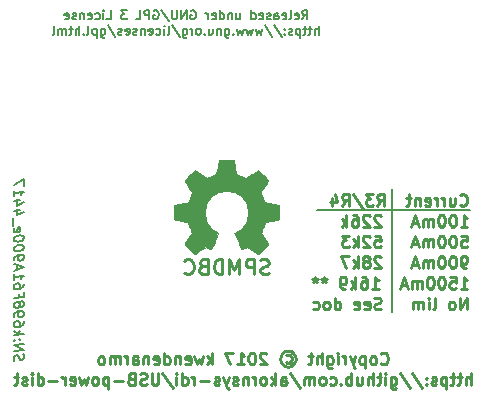
<source format=gbo>
G04 #@! TF.FileFunction,Legend,Bot*
%FSLAX46Y46*%
G04 Gerber Fmt 4.6, Leading zero omitted, Abs format (unit mm)*
G04 Created by KiCad (PCBNEW 4.0.7-e2-6376~58~ubuntu16.04.1) date Fri Nov  3 20:46:07 2017*
%MOMM*%
%LPD*%
G01*
G04 APERTURE LIST*
%ADD10C,0.100000*%
%ADD11C,0.203200*%
%ADD12C,0.200000*%
%ADD13C,0.250000*%
%ADD14C,0.150000*%
%ADD15C,0.010000*%
%ADD16R,10.400000X7.400000*%
%ADD17O,7.250000X4.450000*%
%ADD18C,2.178000*%
%ADD19C,1.900000*%
%ADD20C,3.400000*%
%ADD21C,3.600000*%
%ADD22R,3.194000X3.194000*%
%ADD23C,3.194000*%
G04 APERTURE END LIST*
D10*
D11*
X133650448Y-113336160D02*
X133609324Y-113217928D01*
X133609324Y-113012309D01*
X133650448Y-112924922D01*
X133691571Y-112878658D01*
X133773819Y-112827253D01*
X133856067Y-112816972D01*
X133938314Y-112847815D01*
X133979438Y-112883798D01*
X134020562Y-112960905D01*
X134061686Y-113120260D01*
X134102810Y-113197367D01*
X134143933Y-113233350D01*
X134226181Y-113264193D01*
X134308429Y-113253912D01*
X134390676Y-113202507D01*
X134431800Y-113156243D01*
X134472924Y-113068855D01*
X134472924Y-112863235D01*
X134431800Y-112745005D01*
X133609324Y-112477700D02*
X134472924Y-112369750D01*
X133609324Y-111984214D01*
X134472924Y-111876264D01*
X133691571Y-111562696D02*
X133650448Y-111526712D01*
X133609324Y-111572976D01*
X133650448Y-111608960D01*
X133691571Y-111562696D01*
X133609324Y-111572976D01*
X134143933Y-111506150D02*
X134102810Y-111470167D01*
X134061686Y-111516431D01*
X134102810Y-111552415D01*
X134143933Y-111506150D01*
X134061686Y-111516431D01*
X133609324Y-111161738D02*
X134472924Y-111053788D01*
X133938314Y-111038367D02*
X133609324Y-110832747D01*
X134185057Y-110760781D02*
X133856067Y-111130896D01*
X134472924Y-109984569D02*
X134472924Y-110149064D01*
X134431800Y-110236453D01*
X134390676Y-110282716D01*
X134267305Y-110380386D01*
X134102810Y-110442072D01*
X133773819Y-110483196D01*
X133691571Y-110452353D01*
X133650448Y-110416369D01*
X133609324Y-110339262D01*
X133609324Y-110174766D01*
X133650448Y-110087379D01*
X133691571Y-110041115D01*
X133773819Y-109989710D01*
X133979438Y-109964007D01*
X134061686Y-109994850D01*
X134102810Y-110030834D01*
X134143933Y-110107940D01*
X134143933Y-110272436D01*
X134102810Y-110359824D01*
X134061686Y-110406088D01*
X133979438Y-110457493D01*
X133609324Y-109599033D02*
X133609324Y-109434538D01*
X133650448Y-109347150D01*
X133691571Y-109300886D01*
X133814943Y-109203217D01*
X133979438Y-109141531D01*
X134308429Y-109100407D01*
X134390676Y-109131250D01*
X134431800Y-109167234D01*
X134472924Y-109244340D01*
X134472924Y-109408836D01*
X134431800Y-109496224D01*
X134390676Y-109542488D01*
X134308429Y-109593893D01*
X134102810Y-109619596D01*
X134020562Y-109588753D01*
X133979438Y-109552769D01*
X133938314Y-109475663D01*
X133938314Y-109311167D01*
X133979438Y-109223779D01*
X134020562Y-109177515D01*
X134102810Y-109126110D01*
X134102810Y-108632625D02*
X134143933Y-108709731D01*
X134185057Y-108745715D01*
X134267305Y-108776558D01*
X134308429Y-108771417D01*
X134390676Y-108720012D01*
X134431800Y-108673748D01*
X134472924Y-108586360D01*
X134472924Y-108421864D01*
X134431800Y-108344758D01*
X134390676Y-108308774D01*
X134308429Y-108277931D01*
X134267305Y-108283072D01*
X134185057Y-108334477D01*
X134143933Y-108380741D01*
X134102810Y-108468129D01*
X134102810Y-108632625D01*
X134061686Y-108720012D01*
X134020562Y-108766277D01*
X133938314Y-108817682D01*
X133773819Y-108838244D01*
X133691571Y-108807401D01*
X133650448Y-108771417D01*
X133609324Y-108694310D01*
X133609324Y-108529814D01*
X133650448Y-108442427D01*
X133691571Y-108396163D01*
X133773819Y-108344758D01*
X133938314Y-108324196D01*
X134020562Y-108355039D01*
X134061686Y-108391022D01*
X134102810Y-108468129D01*
X134061686Y-107650793D02*
X134061686Y-107938660D01*
X133609324Y-107995205D02*
X134472924Y-107887255D01*
X134472924Y-107476017D01*
X134472924Y-106776912D02*
X134472924Y-106941407D01*
X134431800Y-107028796D01*
X134390676Y-107075059D01*
X134267305Y-107172729D01*
X134102810Y-107234415D01*
X133773819Y-107275539D01*
X133691571Y-107244696D01*
X133650448Y-107208712D01*
X133609324Y-107131605D01*
X133609324Y-106967109D01*
X133650448Y-106879722D01*
X133691571Y-106833458D01*
X133773819Y-106782053D01*
X133979438Y-106756350D01*
X134061686Y-106787193D01*
X134102810Y-106823177D01*
X134143933Y-106900283D01*
X134143933Y-107064779D01*
X134102810Y-107152167D01*
X134061686Y-107198431D01*
X133979438Y-107249836D01*
X133609324Y-105980138D02*
X133609324Y-106473624D01*
X133609324Y-106226881D02*
X134472924Y-106118931D01*
X134349552Y-106216601D01*
X134267305Y-106309129D01*
X134226181Y-106396517D01*
X133856067Y-105620306D02*
X133856067Y-105209068D01*
X133609324Y-105733395D02*
X134472924Y-105337579D01*
X133609324Y-105157662D01*
X133609324Y-104828671D02*
X133609324Y-104664176D01*
X133650448Y-104576788D01*
X133691571Y-104530524D01*
X133814943Y-104432855D01*
X133979438Y-104371169D01*
X134308429Y-104330045D01*
X134390676Y-104360888D01*
X134431800Y-104396872D01*
X134472924Y-104473978D01*
X134472924Y-104638474D01*
X134431800Y-104725862D01*
X134390676Y-104772126D01*
X134308429Y-104823531D01*
X134102810Y-104849234D01*
X134020562Y-104818391D01*
X133979438Y-104782407D01*
X133938314Y-104705301D01*
X133938314Y-104540805D01*
X133979438Y-104453417D01*
X134020562Y-104407153D01*
X134102810Y-104355748D01*
X134472924Y-103774874D02*
X134472924Y-103692626D01*
X134431800Y-103615519D01*
X134390676Y-103579536D01*
X134308429Y-103548693D01*
X134143933Y-103528131D01*
X133938314Y-103553834D01*
X133773819Y-103615520D01*
X133691571Y-103666925D01*
X133650448Y-103713188D01*
X133609324Y-103800576D01*
X133609324Y-103882824D01*
X133650448Y-103959931D01*
X133691571Y-103995915D01*
X133773819Y-104026758D01*
X133938314Y-104047320D01*
X134143933Y-104021617D01*
X134308429Y-103959931D01*
X134390676Y-103908526D01*
X134431800Y-103862262D01*
X134472924Y-103774874D01*
X134472924Y-102952398D02*
X134472924Y-102870150D01*
X134431800Y-102793043D01*
X134390676Y-102757060D01*
X134308429Y-102726217D01*
X134143933Y-102705655D01*
X133938314Y-102731358D01*
X133773819Y-102793044D01*
X133691571Y-102844449D01*
X133650448Y-102890712D01*
X133609324Y-102978100D01*
X133609324Y-103060348D01*
X133650448Y-103137455D01*
X133691571Y-103173439D01*
X133773819Y-103204282D01*
X133938314Y-103224844D01*
X134143933Y-103199141D01*
X134308429Y-103137455D01*
X134390676Y-103086050D01*
X134431800Y-103039786D01*
X134472924Y-102952398D01*
X133650448Y-102068236D02*
X133609324Y-102155624D01*
X133609324Y-102320119D01*
X133650448Y-102397227D01*
X133732695Y-102428070D01*
X134061686Y-102386946D01*
X134143933Y-102335541D01*
X134185057Y-102248153D01*
X134185057Y-102083658D01*
X134143933Y-102006550D01*
X134061686Y-101975708D01*
X133979438Y-101985989D01*
X133897190Y-102407508D01*
X133527076Y-101878039D02*
X133527076Y-101220058D01*
X134185057Y-100562077D02*
X133609324Y-100634043D01*
X134514048Y-100726572D02*
X133897190Y-101009298D01*
X133897190Y-100474688D01*
X134185057Y-99739601D02*
X133609324Y-99811567D01*
X134514048Y-99904096D02*
X133897190Y-100186822D01*
X133897190Y-99652212D01*
X133609324Y-98906843D02*
X133609324Y-99400329D01*
X133609324Y-99153586D02*
X134472924Y-99045636D01*
X134349552Y-99143306D01*
X134267305Y-99235834D01*
X134226181Y-99323222D01*
X134472924Y-98511027D02*
X134472924Y-97935293D01*
X133609324Y-98413358D01*
D12*
X165608000Y-98806000D02*
X165608000Y-109220000D01*
X172212000Y-100584000D02*
X159258000Y-100584000D01*
D13*
X171402476Y-100122143D02*
X171450095Y-100169762D01*
X171592952Y-100217381D01*
X171688190Y-100217381D01*
X171831048Y-100169762D01*
X171926286Y-100074524D01*
X171973905Y-99979286D01*
X172021524Y-99788810D01*
X172021524Y-99645952D01*
X171973905Y-99455476D01*
X171926286Y-99360238D01*
X171831048Y-99265000D01*
X171688190Y-99217381D01*
X171592952Y-99217381D01*
X171450095Y-99265000D01*
X171402476Y-99312619D01*
X170545333Y-99550714D02*
X170545333Y-100217381D01*
X170973905Y-99550714D02*
X170973905Y-100074524D01*
X170926286Y-100169762D01*
X170831048Y-100217381D01*
X170688190Y-100217381D01*
X170592952Y-100169762D01*
X170545333Y-100122143D01*
X170069143Y-100217381D02*
X170069143Y-99550714D01*
X170069143Y-99741190D02*
X170021524Y-99645952D01*
X169973905Y-99598333D01*
X169878667Y-99550714D01*
X169783428Y-99550714D01*
X169450095Y-100217381D02*
X169450095Y-99550714D01*
X169450095Y-99741190D02*
X169402476Y-99645952D01*
X169354857Y-99598333D01*
X169259619Y-99550714D01*
X169164380Y-99550714D01*
X168450094Y-100169762D02*
X168545332Y-100217381D01*
X168735809Y-100217381D01*
X168831047Y-100169762D01*
X168878666Y-100074524D01*
X168878666Y-99693571D01*
X168831047Y-99598333D01*
X168735809Y-99550714D01*
X168545332Y-99550714D01*
X168450094Y-99598333D01*
X168402475Y-99693571D01*
X168402475Y-99788810D01*
X168878666Y-99884048D01*
X167973904Y-99550714D02*
X167973904Y-100217381D01*
X167973904Y-99645952D02*
X167926285Y-99598333D01*
X167831047Y-99550714D01*
X167688189Y-99550714D01*
X167592951Y-99598333D01*
X167545332Y-99693571D01*
X167545332Y-100217381D01*
X167211999Y-99550714D02*
X166831047Y-99550714D01*
X167069142Y-99217381D02*
X167069142Y-100074524D01*
X167021523Y-100169762D01*
X166926285Y-100217381D01*
X166831047Y-100217381D01*
X164402474Y-100217381D02*
X164735808Y-99741190D01*
X164973903Y-100217381D02*
X164973903Y-99217381D01*
X164592950Y-99217381D01*
X164497712Y-99265000D01*
X164450093Y-99312619D01*
X164402474Y-99407857D01*
X164402474Y-99550714D01*
X164450093Y-99645952D01*
X164497712Y-99693571D01*
X164592950Y-99741190D01*
X164973903Y-99741190D01*
X164069141Y-99217381D02*
X163450093Y-99217381D01*
X163783427Y-99598333D01*
X163640569Y-99598333D01*
X163545331Y-99645952D01*
X163497712Y-99693571D01*
X163450093Y-99788810D01*
X163450093Y-100026905D01*
X163497712Y-100122143D01*
X163545331Y-100169762D01*
X163640569Y-100217381D01*
X163926284Y-100217381D01*
X164021522Y-100169762D01*
X164069141Y-100122143D01*
X162307236Y-99169762D02*
X163164379Y-100455476D01*
X161402474Y-100217381D02*
X161735808Y-99741190D01*
X161973903Y-100217381D02*
X161973903Y-99217381D01*
X161592950Y-99217381D01*
X161497712Y-99265000D01*
X161450093Y-99312619D01*
X161402474Y-99407857D01*
X161402474Y-99550714D01*
X161450093Y-99645952D01*
X161497712Y-99693571D01*
X161592950Y-99741190D01*
X161973903Y-99741190D01*
X160545331Y-99550714D02*
X160545331Y-100217381D01*
X160783427Y-99169762D02*
X161021522Y-99884048D01*
X160402474Y-99884048D01*
X171450095Y-101967381D02*
X172021524Y-101967381D01*
X171735810Y-101967381D02*
X171735810Y-100967381D01*
X171831048Y-101110238D01*
X171926286Y-101205476D01*
X172021524Y-101253095D01*
X170831048Y-100967381D02*
X170735809Y-100967381D01*
X170640571Y-101015000D01*
X170592952Y-101062619D01*
X170545333Y-101157857D01*
X170497714Y-101348333D01*
X170497714Y-101586429D01*
X170545333Y-101776905D01*
X170592952Y-101872143D01*
X170640571Y-101919762D01*
X170735809Y-101967381D01*
X170831048Y-101967381D01*
X170926286Y-101919762D01*
X170973905Y-101872143D01*
X171021524Y-101776905D01*
X171069143Y-101586429D01*
X171069143Y-101348333D01*
X171021524Y-101157857D01*
X170973905Y-101062619D01*
X170926286Y-101015000D01*
X170831048Y-100967381D01*
X169878667Y-100967381D02*
X169783428Y-100967381D01*
X169688190Y-101015000D01*
X169640571Y-101062619D01*
X169592952Y-101157857D01*
X169545333Y-101348333D01*
X169545333Y-101586429D01*
X169592952Y-101776905D01*
X169640571Y-101872143D01*
X169688190Y-101919762D01*
X169783428Y-101967381D01*
X169878667Y-101967381D01*
X169973905Y-101919762D01*
X170021524Y-101872143D01*
X170069143Y-101776905D01*
X170116762Y-101586429D01*
X170116762Y-101348333D01*
X170069143Y-101157857D01*
X170021524Y-101062619D01*
X169973905Y-101015000D01*
X169878667Y-100967381D01*
X169116762Y-101967381D02*
X169116762Y-101300714D01*
X169116762Y-101395952D02*
X169069143Y-101348333D01*
X168973905Y-101300714D01*
X168831047Y-101300714D01*
X168735809Y-101348333D01*
X168688190Y-101443571D01*
X168688190Y-101967381D01*
X168688190Y-101443571D02*
X168640571Y-101348333D01*
X168545333Y-101300714D01*
X168402476Y-101300714D01*
X168307238Y-101348333D01*
X168259619Y-101443571D01*
X168259619Y-101967381D01*
X167831048Y-101681667D02*
X167354857Y-101681667D01*
X167926286Y-101967381D02*
X167592953Y-100967381D01*
X167259619Y-101967381D01*
X164688190Y-101062619D02*
X164640571Y-101015000D01*
X164545333Y-100967381D01*
X164307237Y-100967381D01*
X164211999Y-101015000D01*
X164164380Y-101062619D01*
X164116761Y-101157857D01*
X164116761Y-101253095D01*
X164164380Y-101395952D01*
X164735809Y-101967381D01*
X164116761Y-101967381D01*
X163735809Y-101062619D02*
X163688190Y-101015000D01*
X163592952Y-100967381D01*
X163354856Y-100967381D01*
X163259618Y-101015000D01*
X163211999Y-101062619D01*
X163164380Y-101157857D01*
X163164380Y-101253095D01*
X163211999Y-101395952D01*
X163783428Y-101967381D01*
X163164380Y-101967381D01*
X162307237Y-100967381D02*
X162497714Y-100967381D01*
X162592952Y-101015000D01*
X162640571Y-101062619D01*
X162735809Y-101205476D01*
X162783428Y-101395952D01*
X162783428Y-101776905D01*
X162735809Y-101872143D01*
X162688190Y-101919762D01*
X162592952Y-101967381D01*
X162402475Y-101967381D01*
X162307237Y-101919762D01*
X162259618Y-101872143D01*
X162211999Y-101776905D01*
X162211999Y-101538810D01*
X162259618Y-101443571D01*
X162307237Y-101395952D01*
X162402475Y-101348333D01*
X162592952Y-101348333D01*
X162688190Y-101395952D01*
X162735809Y-101443571D01*
X162783428Y-101538810D01*
X161783428Y-101967381D02*
X161783428Y-100967381D01*
X161688190Y-101586429D02*
X161402475Y-101967381D01*
X161402475Y-101300714D02*
X161783428Y-101681667D01*
X171497714Y-102717381D02*
X171973905Y-102717381D01*
X172021524Y-103193571D01*
X171973905Y-103145952D01*
X171878667Y-103098333D01*
X171640571Y-103098333D01*
X171545333Y-103145952D01*
X171497714Y-103193571D01*
X171450095Y-103288810D01*
X171450095Y-103526905D01*
X171497714Y-103622143D01*
X171545333Y-103669762D01*
X171640571Y-103717381D01*
X171878667Y-103717381D01*
X171973905Y-103669762D01*
X172021524Y-103622143D01*
X170831048Y-102717381D02*
X170735809Y-102717381D01*
X170640571Y-102765000D01*
X170592952Y-102812619D01*
X170545333Y-102907857D01*
X170497714Y-103098333D01*
X170497714Y-103336429D01*
X170545333Y-103526905D01*
X170592952Y-103622143D01*
X170640571Y-103669762D01*
X170735809Y-103717381D01*
X170831048Y-103717381D01*
X170926286Y-103669762D01*
X170973905Y-103622143D01*
X171021524Y-103526905D01*
X171069143Y-103336429D01*
X171069143Y-103098333D01*
X171021524Y-102907857D01*
X170973905Y-102812619D01*
X170926286Y-102765000D01*
X170831048Y-102717381D01*
X169878667Y-102717381D02*
X169783428Y-102717381D01*
X169688190Y-102765000D01*
X169640571Y-102812619D01*
X169592952Y-102907857D01*
X169545333Y-103098333D01*
X169545333Y-103336429D01*
X169592952Y-103526905D01*
X169640571Y-103622143D01*
X169688190Y-103669762D01*
X169783428Y-103717381D01*
X169878667Y-103717381D01*
X169973905Y-103669762D01*
X170021524Y-103622143D01*
X170069143Y-103526905D01*
X170116762Y-103336429D01*
X170116762Y-103098333D01*
X170069143Y-102907857D01*
X170021524Y-102812619D01*
X169973905Y-102765000D01*
X169878667Y-102717381D01*
X169116762Y-103717381D02*
X169116762Y-103050714D01*
X169116762Y-103145952D02*
X169069143Y-103098333D01*
X168973905Y-103050714D01*
X168831047Y-103050714D01*
X168735809Y-103098333D01*
X168688190Y-103193571D01*
X168688190Y-103717381D01*
X168688190Y-103193571D02*
X168640571Y-103098333D01*
X168545333Y-103050714D01*
X168402476Y-103050714D01*
X168307238Y-103098333D01*
X168259619Y-103193571D01*
X168259619Y-103717381D01*
X167831048Y-103431667D02*
X167354857Y-103431667D01*
X167926286Y-103717381D02*
X167592953Y-102717381D01*
X167259619Y-103717381D01*
X164164380Y-102717381D02*
X164640571Y-102717381D01*
X164688190Y-103193571D01*
X164640571Y-103145952D01*
X164545333Y-103098333D01*
X164307237Y-103098333D01*
X164211999Y-103145952D01*
X164164380Y-103193571D01*
X164116761Y-103288810D01*
X164116761Y-103526905D01*
X164164380Y-103622143D01*
X164211999Y-103669762D01*
X164307237Y-103717381D01*
X164545333Y-103717381D01*
X164640571Y-103669762D01*
X164688190Y-103622143D01*
X163735809Y-102812619D02*
X163688190Y-102765000D01*
X163592952Y-102717381D01*
X163354856Y-102717381D01*
X163259618Y-102765000D01*
X163211999Y-102812619D01*
X163164380Y-102907857D01*
X163164380Y-103003095D01*
X163211999Y-103145952D01*
X163783428Y-103717381D01*
X163164380Y-103717381D01*
X162735809Y-103717381D02*
X162735809Y-102717381D01*
X162640571Y-103336429D02*
X162354856Y-103717381D01*
X162354856Y-103050714D02*
X162735809Y-103431667D01*
X162021523Y-102717381D02*
X161402475Y-102717381D01*
X161735809Y-103098333D01*
X161592951Y-103098333D01*
X161497713Y-103145952D01*
X161450094Y-103193571D01*
X161402475Y-103288810D01*
X161402475Y-103526905D01*
X161450094Y-103622143D01*
X161497713Y-103669762D01*
X161592951Y-103717381D01*
X161878666Y-103717381D01*
X161973904Y-103669762D01*
X162021523Y-103622143D01*
X171926286Y-105467381D02*
X171735810Y-105467381D01*
X171640571Y-105419762D01*
X171592952Y-105372143D01*
X171497714Y-105229286D01*
X171450095Y-105038810D01*
X171450095Y-104657857D01*
X171497714Y-104562619D01*
X171545333Y-104515000D01*
X171640571Y-104467381D01*
X171831048Y-104467381D01*
X171926286Y-104515000D01*
X171973905Y-104562619D01*
X172021524Y-104657857D01*
X172021524Y-104895952D01*
X171973905Y-104991190D01*
X171926286Y-105038810D01*
X171831048Y-105086429D01*
X171640571Y-105086429D01*
X171545333Y-105038810D01*
X171497714Y-104991190D01*
X171450095Y-104895952D01*
X170831048Y-104467381D02*
X170735809Y-104467381D01*
X170640571Y-104515000D01*
X170592952Y-104562619D01*
X170545333Y-104657857D01*
X170497714Y-104848333D01*
X170497714Y-105086429D01*
X170545333Y-105276905D01*
X170592952Y-105372143D01*
X170640571Y-105419762D01*
X170735809Y-105467381D01*
X170831048Y-105467381D01*
X170926286Y-105419762D01*
X170973905Y-105372143D01*
X171021524Y-105276905D01*
X171069143Y-105086429D01*
X171069143Y-104848333D01*
X171021524Y-104657857D01*
X170973905Y-104562619D01*
X170926286Y-104515000D01*
X170831048Y-104467381D01*
X169878667Y-104467381D02*
X169783428Y-104467381D01*
X169688190Y-104515000D01*
X169640571Y-104562619D01*
X169592952Y-104657857D01*
X169545333Y-104848333D01*
X169545333Y-105086429D01*
X169592952Y-105276905D01*
X169640571Y-105372143D01*
X169688190Y-105419762D01*
X169783428Y-105467381D01*
X169878667Y-105467381D01*
X169973905Y-105419762D01*
X170021524Y-105372143D01*
X170069143Y-105276905D01*
X170116762Y-105086429D01*
X170116762Y-104848333D01*
X170069143Y-104657857D01*
X170021524Y-104562619D01*
X169973905Y-104515000D01*
X169878667Y-104467381D01*
X169116762Y-105467381D02*
X169116762Y-104800714D01*
X169116762Y-104895952D02*
X169069143Y-104848333D01*
X168973905Y-104800714D01*
X168831047Y-104800714D01*
X168735809Y-104848333D01*
X168688190Y-104943571D01*
X168688190Y-105467381D01*
X168688190Y-104943571D02*
X168640571Y-104848333D01*
X168545333Y-104800714D01*
X168402476Y-104800714D01*
X168307238Y-104848333D01*
X168259619Y-104943571D01*
X168259619Y-105467381D01*
X167831048Y-105181667D02*
X167354857Y-105181667D01*
X167926286Y-105467381D02*
X167592953Y-104467381D01*
X167259619Y-105467381D01*
X164688190Y-104562619D02*
X164640571Y-104515000D01*
X164545333Y-104467381D01*
X164307237Y-104467381D01*
X164211999Y-104515000D01*
X164164380Y-104562619D01*
X164116761Y-104657857D01*
X164116761Y-104753095D01*
X164164380Y-104895952D01*
X164735809Y-105467381D01*
X164116761Y-105467381D01*
X163545333Y-104895952D02*
X163640571Y-104848333D01*
X163688190Y-104800714D01*
X163735809Y-104705476D01*
X163735809Y-104657857D01*
X163688190Y-104562619D01*
X163640571Y-104515000D01*
X163545333Y-104467381D01*
X163354856Y-104467381D01*
X163259618Y-104515000D01*
X163211999Y-104562619D01*
X163164380Y-104657857D01*
X163164380Y-104705476D01*
X163211999Y-104800714D01*
X163259618Y-104848333D01*
X163354856Y-104895952D01*
X163545333Y-104895952D01*
X163640571Y-104943571D01*
X163688190Y-104991190D01*
X163735809Y-105086429D01*
X163735809Y-105276905D01*
X163688190Y-105372143D01*
X163640571Y-105419762D01*
X163545333Y-105467381D01*
X163354856Y-105467381D01*
X163259618Y-105419762D01*
X163211999Y-105372143D01*
X163164380Y-105276905D01*
X163164380Y-105086429D01*
X163211999Y-104991190D01*
X163259618Y-104943571D01*
X163354856Y-104895952D01*
X162735809Y-105467381D02*
X162735809Y-104467381D01*
X162640571Y-105086429D02*
X162354856Y-105467381D01*
X162354856Y-104800714D02*
X162735809Y-105181667D01*
X162021523Y-104467381D02*
X161354856Y-104467381D01*
X161783428Y-105467381D01*
X171450095Y-107217381D02*
X172021524Y-107217381D01*
X171735810Y-107217381D02*
X171735810Y-106217381D01*
X171831048Y-106360238D01*
X171926286Y-106455476D01*
X172021524Y-106503095D01*
X170545333Y-106217381D02*
X171021524Y-106217381D01*
X171069143Y-106693571D01*
X171021524Y-106645952D01*
X170926286Y-106598333D01*
X170688190Y-106598333D01*
X170592952Y-106645952D01*
X170545333Y-106693571D01*
X170497714Y-106788810D01*
X170497714Y-107026905D01*
X170545333Y-107122143D01*
X170592952Y-107169762D01*
X170688190Y-107217381D01*
X170926286Y-107217381D01*
X171021524Y-107169762D01*
X171069143Y-107122143D01*
X169878667Y-106217381D02*
X169783428Y-106217381D01*
X169688190Y-106265000D01*
X169640571Y-106312619D01*
X169592952Y-106407857D01*
X169545333Y-106598333D01*
X169545333Y-106836429D01*
X169592952Y-107026905D01*
X169640571Y-107122143D01*
X169688190Y-107169762D01*
X169783428Y-107217381D01*
X169878667Y-107217381D01*
X169973905Y-107169762D01*
X170021524Y-107122143D01*
X170069143Y-107026905D01*
X170116762Y-106836429D01*
X170116762Y-106598333D01*
X170069143Y-106407857D01*
X170021524Y-106312619D01*
X169973905Y-106265000D01*
X169878667Y-106217381D01*
X168926286Y-106217381D02*
X168831047Y-106217381D01*
X168735809Y-106265000D01*
X168688190Y-106312619D01*
X168640571Y-106407857D01*
X168592952Y-106598333D01*
X168592952Y-106836429D01*
X168640571Y-107026905D01*
X168688190Y-107122143D01*
X168735809Y-107169762D01*
X168831047Y-107217381D01*
X168926286Y-107217381D01*
X169021524Y-107169762D01*
X169069143Y-107122143D01*
X169116762Y-107026905D01*
X169164381Y-106836429D01*
X169164381Y-106598333D01*
X169116762Y-106407857D01*
X169069143Y-106312619D01*
X169021524Y-106265000D01*
X168926286Y-106217381D01*
X168164381Y-107217381D02*
X168164381Y-106550714D01*
X168164381Y-106645952D02*
X168116762Y-106598333D01*
X168021524Y-106550714D01*
X167878666Y-106550714D01*
X167783428Y-106598333D01*
X167735809Y-106693571D01*
X167735809Y-107217381D01*
X167735809Y-106693571D02*
X167688190Y-106598333D01*
X167592952Y-106550714D01*
X167450095Y-106550714D01*
X167354857Y-106598333D01*
X167307238Y-106693571D01*
X167307238Y-107217381D01*
X166878667Y-106931667D02*
X166402476Y-106931667D01*
X166973905Y-107217381D02*
X166640572Y-106217381D01*
X166307238Y-107217381D01*
X163926285Y-107217381D02*
X164497714Y-107217381D01*
X164212000Y-107217381D02*
X164212000Y-106217381D01*
X164307238Y-106360238D01*
X164402476Y-106455476D01*
X164497714Y-106503095D01*
X163069142Y-106217381D02*
X163259619Y-106217381D01*
X163354857Y-106265000D01*
X163402476Y-106312619D01*
X163497714Y-106455476D01*
X163545333Y-106645952D01*
X163545333Y-107026905D01*
X163497714Y-107122143D01*
X163450095Y-107169762D01*
X163354857Y-107217381D01*
X163164380Y-107217381D01*
X163069142Y-107169762D01*
X163021523Y-107122143D01*
X162973904Y-107026905D01*
X162973904Y-106788810D01*
X163021523Y-106693571D01*
X163069142Y-106645952D01*
X163164380Y-106598333D01*
X163354857Y-106598333D01*
X163450095Y-106645952D01*
X163497714Y-106693571D01*
X163545333Y-106788810D01*
X162545333Y-107217381D02*
X162545333Y-106217381D01*
X162450095Y-106836429D02*
X162164380Y-107217381D01*
X162164380Y-106550714D02*
X162545333Y-106931667D01*
X161688190Y-107217381D02*
X161497714Y-107217381D01*
X161402475Y-107169762D01*
X161354856Y-107122143D01*
X161259618Y-106979286D01*
X161211999Y-106788810D01*
X161211999Y-106407857D01*
X161259618Y-106312619D01*
X161307237Y-106265000D01*
X161402475Y-106217381D01*
X161592952Y-106217381D01*
X161688190Y-106265000D01*
X161735809Y-106312619D01*
X161783428Y-106407857D01*
X161783428Y-106645952D01*
X161735809Y-106741190D01*
X161688190Y-106788810D01*
X161592952Y-106836429D01*
X161402475Y-106836429D01*
X161307237Y-106788810D01*
X161259618Y-106741190D01*
X161211999Y-106645952D01*
X159878666Y-106217381D02*
X159878666Y-106455476D01*
X160116761Y-106360238D02*
X159878666Y-106455476D01*
X159640570Y-106360238D01*
X160021523Y-106645952D02*
X159878666Y-106455476D01*
X159735808Y-106645952D01*
X159116761Y-106217381D02*
X159116761Y-106455476D01*
X159354856Y-106360238D02*
X159116761Y-106455476D01*
X158878665Y-106360238D01*
X159259618Y-106645952D02*
X159116761Y-106455476D01*
X158973903Y-106645952D01*
X171973905Y-108967381D02*
X171973905Y-107967381D01*
X171402476Y-108967381D01*
X171402476Y-107967381D01*
X170783429Y-108967381D02*
X170878667Y-108919762D01*
X170926286Y-108872143D01*
X170973905Y-108776905D01*
X170973905Y-108491190D01*
X170926286Y-108395952D01*
X170878667Y-108348333D01*
X170783429Y-108300714D01*
X170640571Y-108300714D01*
X170545333Y-108348333D01*
X170497714Y-108395952D01*
X170450095Y-108491190D01*
X170450095Y-108776905D01*
X170497714Y-108872143D01*
X170545333Y-108919762D01*
X170640571Y-108967381D01*
X170783429Y-108967381D01*
X169116762Y-108967381D02*
X169212000Y-108919762D01*
X169259619Y-108824524D01*
X169259619Y-107967381D01*
X168735809Y-108967381D02*
X168735809Y-108300714D01*
X168735809Y-107967381D02*
X168783428Y-108015000D01*
X168735809Y-108062619D01*
X168688190Y-108015000D01*
X168735809Y-107967381D01*
X168735809Y-108062619D01*
X168259619Y-108967381D02*
X168259619Y-108300714D01*
X168259619Y-108395952D02*
X168212000Y-108348333D01*
X168116762Y-108300714D01*
X167973904Y-108300714D01*
X167878666Y-108348333D01*
X167831047Y-108443571D01*
X167831047Y-108967381D01*
X167831047Y-108443571D02*
X167783428Y-108348333D01*
X167688190Y-108300714D01*
X167545333Y-108300714D01*
X167450095Y-108348333D01*
X167402476Y-108443571D01*
X167402476Y-108967381D01*
X164688190Y-108919762D02*
X164545333Y-108967381D01*
X164307237Y-108967381D01*
X164211999Y-108919762D01*
X164164380Y-108872143D01*
X164116761Y-108776905D01*
X164116761Y-108681667D01*
X164164380Y-108586429D01*
X164211999Y-108538810D01*
X164307237Y-108491190D01*
X164497714Y-108443571D01*
X164592952Y-108395952D01*
X164640571Y-108348333D01*
X164688190Y-108253095D01*
X164688190Y-108157857D01*
X164640571Y-108062619D01*
X164592952Y-108015000D01*
X164497714Y-107967381D01*
X164259618Y-107967381D01*
X164116761Y-108015000D01*
X163307237Y-108919762D02*
X163402475Y-108967381D01*
X163592952Y-108967381D01*
X163688190Y-108919762D01*
X163735809Y-108824524D01*
X163735809Y-108443571D01*
X163688190Y-108348333D01*
X163592952Y-108300714D01*
X163402475Y-108300714D01*
X163307237Y-108348333D01*
X163259618Y-108443571D01*
X163259618Y-108538810D01*
X163735809Y-108634048D01*
X162450094Y-108919762D02*
X162545332Y-108967381D01*
X162735809Y-108967381D01*
X162831047Y-108919762D01*
X162878666Y-108824524D01*
X162878666Y-108443571D01*
X162831047Y-108348333D01*
X162735809Y-108300714D01*
X162545332Y-108300714D01*
X162450094Y-108348333D01*
X162402475Y-108443571D01*
X162402475Y-108538810D01*
X162878666Y-108634048D01*
X160783427Y-108967381D02*
X160783427Y-107967381D01*
X160783427Y-108919762D02*
X160878665Y-108967381D01*
X161069142Y-108967381D01*
X161164380Y-108919762D01*
X161211999Y-108872143D01*
X161259618Y-108776905D01*
X161259618Y-108491190D01*
X161211999Y-108395952D01*
X161164380Y-108348333D01*
X161069142Y-108300714D01*
X160878665Y-108300714D01*
X160783427Y-108348333D01*
X160164380Y-108967381D02*
X160259618Y-108919762D01*
X160307237Y-108872143D01*
X160354856Y-108776905D01*
X160354856Y-108491190D01*
X160307237Y-108395952D01*
X160259618Y-108348333D01*
X160164380Y-108300714D01*
X160021522Y-108300714D01*
X159926284Y-108348333D01*
X159878665Y-108395952D01*
X159831046Y-108491190D01*
X159831046Y-108776905D01*
X159878665Y-108872143D01*
X159926284Y-108919762D01*
X160021522Y-108967381D01*
X160164380Y-108967381D01*
X158973903Y-108919762D02*
X159069141Y-108967381D01*
X159259618Y-108967381D01*
X159354856Y-108919762D01*
X159402475Y-108872143D01*
X159450094Y-108776905D01*
X159450094Y-108491190D01*
X159402475Y-108395952D01*
X159354856Y-108348333D01*
X159259618Y-108300714D01*
X159069141Y-108300714D01*
X158973903Y-108348333D01*
X155209428Y-105915952D02*
X155030856Y-105975476D01*
X154733237Y-105975476D01*
X154614190Y-105915952D01*
X154554666Y-105856429D01*
X154495142Y-105737381D01*
X154495142Y-105618333D01*
X154554666Y-105499286D01*
X154614190Y-105439762D01*
X154733237Y-105380238D01*
X154971333Y-105320714D01*
X155090380Y-105261190D01*
X155149904Y-105201667D01*
X155209428Y-105082619D01*
X155209428Y-104963571D01*
X155149904Y-104844524D01*
X155090380Y-104785000D01*
X154971333Y-104725476D01*
X154673713Y-104725476D01*
X154495142Y-104785000D01*
X153959428Y-105975476D02*
X153959428Y-104725476D01*
X153483237Y-104725476D01*
X153364190Y-104785000D01*
X153304666Y-104844524D01*
X153245142Y-104963571D01*
X153245142Y-105142143D01*
X153304666Y-105261190D01*
X153364190Y-105320714D01*
X153483237Y-105380238D01*
X153959428Y-105380238D01*
X152709428Y-105975476D02*
X152709428Y-104725476D01*
X152292761Y-105618333D01*
X151876095Y-104725476D01*
X151876095Y-105975476D01*
X151280857Y-105975476D02*
X151280857Y-104725476D01*
X150983238Y-104725476D01*
X150804666Y-104785000D01*
X150685619Y-104904048D01*
X150626095Y-105023095D01*
X150566571Y-105261190D01*
X150566571Y-105439762D01*
X150626095Y-105677857D01*
X150685619Y-105796905D01*
X150804666Y-105915952D01*
X150983238Y-105975476D01*
X151280857Y-105975476D01*
X149614190Y-105320714D02*
X149435619Y-105380238D01*
X149376095Y-105439762D01*
X149316571Y-105558810D01*
X149316571Y-105737381D01*
X149376095Y-105856429D01*
X149435619Y-105915952D01*
X149554666Y-105975476D01*
X150030857Y-105975476D01*
X150030857Y-104725476D01*
X149614190Y-104725476D01*
X149495143Y-104785000D01*
X149435619Y-104844524D01*
X149376095Y-104963571D01*
X149376095Y-105082619D01*
X149435619Y-105201667D01*
X149495143Y-105261190D01*
X149614190Y-105320714D01*
X150030857Y-105320714D01*
X148066571Y-105856429D02*
X148126095Y-105915952D01*
X148304666Y-105975476D01*
X148423714Y-105975476D01*
X148602286Y-105915952D01*
X148721333Y-105796905D01*
X148780857Y-105677857D01*
X148840381Y-105439762D01*
X148840381Y-105261190D01*
X148780857Y-105023095D01*
X148721333Y-104904048D01*
X148602286Y-104785000D01*
X148423714Y-104725476D01*
X148304666Y-104725476D01*
X148126095Y-104785000D01*
X148066571Y-104844524D01*
X164677858Y-113528143D02*
X164725477Y-113575762D01*
X164868334Y-113623381D01*
X164963572Y-113623381D01*
X165106430Y-113575762D01*
X165201668Y-113480524D01*
X165249287Y-113385286D01*
X165296906Y-113194810D01*
X165296906Y-113051952D01*
X165249287Y-112861476D01*
X165201668Y-112766238D01*
X165106430Y-112671000D01*
X164963572Y-112623381D01*
X164868334Y-112623381D01*
X164725477Y-112671000D01*
X164677858Y-112718619D01*
X164106430Y-113623381D02*
X164201668Y-113575762D01*
X164249287Y-113528143D01*
X164296906Y-113432905D01*
X164296906Y-113147190D01*
X164249287Y-113051952D01*
X164201668Y-113004333D01*
X164106430Y-112956714D01*
X163963572Y-112956714D01*
X163868334Y-113004333D01*
X163820715Y-113051952D01*
X163773096Y-113147190D01*
X163773096Y-113432905D01*
X163820715Y-113528143D01*
X163868334Y-113575762D01*
X163963572Y-113623381D01*
X164106430Y-113623381D01*
X163344525Y-112956714D02*
X163344525Y-113956714D01*
X163344525Y-113004333D02*
X163249287Y-112956714D01*
X163058810Y-112956714D01*
X162963572Y-113004333D01*
X162915953Y-113051952D01*
X162868334Y-113147190D01*
X162868334Y-113432905D01*
X162915953Y-113528143D01*
X162963572Y-113575762D01*
X163058810Y-113623381D01*
X163249287Y-113623381D01*
X163344525Y-113575762D01*
X162535001Y-112956714D02*
X162296906Y-113623381D01*
X162058810Y-112956714D02*
X162296906Y-113623381D01*
X162392144Y-113861476D01*
X162439763Y-113909095D01*
X162535001Y-113956714D01*
X161677858Y-113623381D02*
X161677858Y-112956714D01*
X161677858Y-113147190D02*
X161630239Y-113051952D01*
X161582620Y-113004333D01*
X161487382Y-112956714D01*
X161392143Y-112956714D01*
X161058810Y-113623381D02*
X161058810Y-112956714D01*
X161058810Y-112623381D02*
X161106429Y-112671000D01*
X161058810Y-112718619D01*
X161011191Y-112671000D01*
X161058810Y-112623381D01*
X161058810Y-112718619D01*
X160154048Y-112956714D02*
X160154048Y-113766238D01*
X160201667Y-113861476D01*
X160249286Y-113909095D01*
X160344525Y-113956714D01*
X160487382Y-113956714D01*
X160582620Y-113909095D01*
X160154048Y-113575762D02*
X160249286Y-113623381D01*
X160439763Y-113623381D01*
X160535001Y-113575762D01*
X160582620Y-113528143D01*
X160630239Y-113432905D01*
X160630239Y-113147190D01*
X160582620Y-113051952D01*
X160535001Y-113004333D01*
X160439763Y-112956714D01*
X160249286Y-112956714D01*
X160154048Y-113004333D01*
X159677858Y-113623381D02*
X159677858Y-112623381D01*
X159249286Y-113623381D02*
X159249286Y-113099571D01*
X159296905Y-113004333D01*
X159392143Y-112956714D01*
X159535001Y-112956714D01*
X159630239Y-113004333D01*
X159677858Y-113051952D01*
X158915953Y-112956714D02*
X158535001Y-112956714D01*
X158773096Y-112623381D02*
X158773096Y-113480524D01*
X158725477Y-113575762D01*
X158630239Y-113623381D01*
X158535001Y-113623381D01*
X156630238Y-112861476D02*
X156725476Y-112813857D01*
X156915952Y-112813857D01*
X157011190Y-112861476D01*
X157106428Y-112956714D01*
X157154047Y-113051952D01*
X157154047Y-113242429D01*
X157106428Y-113337667D01*
X157011190Y-113432905D01*
X156915952Y-113480524D01*
X156725476Y-113480524D01*
X156630238Y-113432905D01*
X156820714Y-112480524D02*
X157058809Y-112528143D01*
X157296905Y-112671000D01*
X157439762Y-112909095D01*
X157487381Y-113147190D01*
X157439762Y-113385286D01*
X157296905Y-113623381D01*
X157058809Y-113766238D01*
X156820714Y-113813857D01*
X156582619Y-113766238D01*
X156344524Y-113623381D01*
X156201667Y-113385286D01*
X156154047Y-113147190D01*
X156201667Y-112909095D01*
X156344524Y-112671000D01*
X156582619Y-112528143D01*
X156820714Y-112480524D01*
X155011190Y-112718619D02*
X154963571Y-112671000D01*
X154868333Y-112623381D01*
X154630237Y-112623381D01*
X154534999Y-112671000D01*
X154487380Y-112718619D01*
X154439761Y-112813857D01*
X154439761Y-112909095D01*
X154487380Y-113051952D01*
X155058809Y-113623381D01*
X154439761Y-113623381D01*
X153820714Y-112623381D02*
X153725475Y-112623381D01*
X153630237Y-112671000D01*
X153582618Y-112718619D01*
X153534999Y-112813857D01*
X153487380Y-113004333D01*
X153487380Y-113242429D01*
X153534999Y-113432905D01*
X153582618Y-113528143D01*
X153630237Y-113575762D01*
X153725475Y-113623381D01*
X153820714Y-113623381D01*
X153915952Y-113575762D01*
X153963571Y-113528143D01*
X154011190Y-113432905D01*
X154058809Y-113242429D01*
X154058809Y-113004333D01*
X154011190Y-112813857D01*
X153963571Y-112718619D01*
X153915952Y-112671000D01*
X153820714Y-112623381D01*
X152534999Y-113623381D02*
X153106428Y-113623381D01*
X152820714Y-113623381D02*
X152820714Y-112623381D01*
X152915952Y-112766238D01*
X153011190Y-112861476D01*
X153106428Y-112909095D01*
X152201666Y-112623381D02*
X151534999Y-112623381D01*
X151963571Y-113623381D01*
X150392142Y-113623381D02*
X150392142Y-112623381D01*
X150296904Y-113242429D02*
X150011189Y-113623381D01*
X150011189Y-112956714D02*
X150392142Y-113337667D01*
X149677856Y-112956714D02*
X149487380Y-113623381D01*
X149296903Y-113147190D01*
X149106427Y-113623381D01*
X148915951Y-112956714D01*
X148154046Y-113575762D02*
X148249284Y-113623381D01*
X148439761Y-113623381D01*
X148534999Y-113575762D01*
X148582618Y-113480524D01*
X148582618Y-113099571D01*
X148534999Y-113004333D01*
X148439761Y-112956714D01*
X148249284Y-112956714D01*
X148154046Y-113004333D01*
X148106427Y-113099571D01*
X148106427Y-113194810D01*
X148582618Y-113290048D01*
X147677856Y-112956714D02*
X147677856Y-113623381D01*
X147677856Y-113051952D02*
X147630237Y-113004333D01*
X147534999Y-112956714D01*
X147392141Y-112956714D01*
X147296903Y-113004333D01*
X147249284Y-113099571D01*
X147249284Y-113623381D01*
X146344522Y-113623381D02*
X146344522Y-112623381D01*
X146344522Y-113575762D02*
X146439760Y-113623381D01*
X146630237Y-113623381D01*
X146725475Y-113575762D01*
X146773094Y-113528143D01*
X146820713Y-113432905D01*
X146820713Y-113147190D01*
X146773094Y-113051952D01*
X146725475Y-113004333D01*
X146630237Y-112956714D01*
X146439760Y-112956714D01*
X146344522Y-113004333D01*
X145487379Y-113575762D02*
X145582617Y-113623381D01*
X145773094Y-113623381D01*
X145868332Y-113575762D01*
X145915951Y-113480524D01*
X145915951Y-113099571D01*
X145868332Y-113004333D01*
X145773094Y-112956714D01*
X145582617Y-112956714D01*
X145487379Y-113004333D01*
X145439760Y-113099571D01*
X145439760Y-113194810D01*
X145915951Y-113290048D01*
X145011189Y-112956714D02*
X145011189Y-113623381D01*
X145011189Y-113051952D02*
X144963570Y-113004333D01*
X144868332Y-112956714D01*
X144725474Y-112956714D01*
X144630236Y-113004333D01*
X144582617Y-113099571D01*
X144582617Y-113623381D01*
X143677855Y-113623381D02*
X143677855Y-113099571D01*
X143725474Y-113004333D01*
X143820712Y-112956714D01*
X144011189Y-112956714D01*
X144106427Y-113004333D01*
X143677855Y-113575762D02*
X143773093Y-113623381D01*
X144011189Y-113623381D01*
X144106427Y-113575762D01*
X144154046Y-113480524D01*
X144154046Y-113385286D01*
X144106427Y-113290048D01*
X144011189Y-113242429D01*
X143773093Y-113242429D01*
X143677855Y-113194810D01*
X143201665Y-113623381D02*
X143201665Y-112956714D01*
X143201665Y-113147190D02*
X143154046Y-113051952D01*
X143106427Y-113004333D01*
X143011189Y-112956714D01*
X142915950Y-112956714D01*
X142582617Y-113623381D02*
X142582617Y-112956714D01*
X142582617Y-113051952D02*
X142534998Y-113004333D01*
X142439760Y-112956714D01*
X142296902Y-112956714D01*
X142201664Y-113004333D01*
X142154045Y-113099571D01*
X142154045Y-113623381D01*
X142154045Y-113099571D02*
X142106426Y-113004333D01*
X142011188Y-112956714D01*
X141868331Y-112956714D01*
X141773093Y-113004333D01*
X141725474Y-113099571D01*
X141725474Y-113623381D01*
X141106427Y-113623381D02*
X141201665Y-113575762D01*
X141249284Y-113528143D01*
X141296903Y-113432905D01*
X141296903Y-113147190D01*
X141249284Y-113051952D01*
X141201665Y-113004333D01*
X141106427Y-112956714D01*
X140963569Y-112956714D01*
X140868331Y-113004333D01*
X140820712Y-113051952D01*
X140773093Y-113147190D01*
X140773093Y-113432905D01*
X140820712Y-113528143D01*
X140868331Y-113575762D01*
X140963569Y-113623381D01*
X141106427Y-113623381D01*
X172296906Y-115373381D02*
X172296906Y-114373381D01*
X171868334Y-115373381D02*
X171868334Y-114849571D01*
X171915953Y-114754333D01*
X172011191Y-114706714D01*
X172154049Y-114706714D01*
X172249287Y-114754333D01*
X172296906Y-114801952D01*
X171535001Y-114706714D02*
X171154049Y-114706714D01*
X171392144Y-114373381D02*
X171392144Y-115230524D01*
X171344525Y-115325762D01*
X171249287Y-115373381D01*
X171154049Y-115373381D01*
X170963572Y-114706714D02*
X170582620Y-114706714D01*
X170820715Y-114373381D02*
X170820715Y-115230524D01*
X170773096Y-115325762D01*
X170677858Y-115373381D01*
X170582620Y-115373381D01*
X170249286Y-114706714D02*
X170249286Y-115706714D01*
X170249286Y-114754333D02*
X170154048Y-114706714D01*
X169963571Y-114706714D01*
X169868333Y-114754333D01*
X169820714Y-114801952D01*
X169773095Y-114897190D01*
X169773095Y-115182905D01*
X169820714Y-115278143D01*
X169868333Y-115325762D01*
X169963571Y-115373381D01*
X170154048Y-115373381D01*
X170249286Y-115325762D01*
X169392143Y-115325762D02*
X169296905Y-115373381D01*
X169106429Y-115373381D01*
X169011190Y-115325762D01*
X168963571Y-115230524D01*
X168963571Y-115182905D01*
X169011190Y-115087667D01*
X169106429Y-115040048D01*
X169249286Y-115040048D01*
X169344524Y-114992429D01*
X169392143Y-114897190D01*
X169392143Y-114849571D01*
X169344524Y-114754333D01*
X169249286Y-114706714D01*
X169106429Y-114706714D01*
X169011190Y-114754333D01*
X168535000Y-115278143D02*
X168487381Y-115325762D01*
X168535000Y-115373381D01*
X168582619Y-115325762D01*
X168535000Y-115278143D01*
X168535000Y-115373381D01*
X168535000Y-114754333D02*
X168487381Y-114801952D01*
X168535000Y-114849571D01*
X168582619Y-114801952D01*
X168535000Y-114754333D01*
X168535000Y-114849571D01*
X167344524Y-114325762D02*
X168201667Y-115611476D01*
X166296905Y-114325762D02*
X167154048Y-115611476D01*
X165535000Y-114706714D02*
X165535000Y-115516238D01*
X165582619Y-115611476D01*
X165630238Y-115659095D01*
X165725477Y-115706714D01*
X165868334Y-115706714D01*
X165963572Y-115659095D01*
X165535000Y-115325762D02*
X165630238Y-115373381D01*
X165820715Y-115373381D01*
X165915953Y-115325762D01*
X165963572Y-115278143D01*
X166011191Y-115182905D01*
X166011191Y-114897190D01*
X165963572Y-114801952D01*
X165915953Y-114754333D01*
X165820715Y-114706714D01*
X165630238Y-114706714D01*
X165535000Y-114754333D01*
X165058810Y-115373381D02*
X165058810Y-114706714D01*
X165058810Y-114373381D02*
X165106429Y-114421000D01*
X165058810Y-114468619D01*
X165011191Y-114421000D01*
X165058810Y-114373381D01*
X165058810Y-114468619D01*
X164725477Y-114706714D02*
X164344525Y-114706714D01*
X164582620Y-114373381D02*
X164582620Y-115230524D01*
X164535001Y-115325762D01*
X164439763Y-115373381D01*
X164344525Y-115373381D01*
X164011191Y-115373381D02*
X164011191Y-114373381D01*
X163582619Y-115373381D02*
X163582619Y-114849571D01*
X163630238Y-114754333D01*
X163725476Y-114706714D01*
X163868334Y-114706714D01*
X163963572Y-114754333D01*
X164011191Y-114801952D01*
X162677857Y-114706714D02*
X162677857Y-115373381D01*
X163106429Y-114706714D02*
X163106429Y-115230524D01*
X163058810Y-115325762D01*
X162963572Y-115373381D01*
X162820714Y-115373381D01*
X162725476Y-115325762D01*
X162677857Y-115278143D01*
X162201667Y-115373381D02*
X162201667Y-114373381D01*
X162201667Y-114754333D02*
X162106429Y-114706714D01*
X161915952Y-114706714D01*
X161820714Y-114754333D01*
X161773095Y-114801952D01*
X161725476Y-114897190D01*
X161725476Y-115182905D01*
X161773095Y-115278143D01*
X161820714Y-115325762D01*
X161915952Y-115373381D01*
X162106429Y-115373381D01*
X162201667Y-115325762D01*
X161296905Y-115278143D02*
X161249286Y-115325762D01*
X161296905Y-115373381D01*
X161344524Y-115325762D01*
X161296905Y-115278143D01*
X161296905Y-115373381D01*
X160392143Y-115325762D02*
X160487381Y-115373381D01*
X160677858Y-115373381D01*
X160773096Y-115325762D01*
X160820715Y-115278143D01*
X160868334Y-115182905D01*
X160868334Y-114897190D01*
X160820715Y-114801952D01*
X160773096Y-114754333D01*
X160677858Y-114706714D01*
X160487381Y-114706714D01*
X160392143Y-114754333D01*
X159820715Y-115373381D02*
X159915953Y-115325762D01*
X159963572Y-115278143D01*
X160011191Y-115182905D01*
X160011191Y-114897190D01*
X159963572Y-114801952D01*
X159915953Y-114754333D01*
X159820715Y-114706714D01*
X159677857Y-114706714D01*
X159582619Y-114754333D01*
X159535000Y-114801952D01*
X159487381Y-114897190D01*
X159487381Y-115182905D01*
X159535000Y-115278143D01*
X159582619Y-115325762D01*
X159677857Y-115373381D01*
X159820715Y-115373381D01*
X159058810Y-115373381D02*
X159058810Y-114706714D01*
X159058810Y-114801952D02*
X159011191Y-114754333D01*
X158915953Y-114706714D01*
X158773095Y-114706714D01*
X158677857Y-114754333D01*
X158630238Y-114849571D01*
X158630238Y-115373381D01*
X158630238Y-114849571D02*
X158582619Y-114754333D01*
X158487381Y-114706714D01*
X158344524Y-114706714D01*
X158249286Y-114754333D01*
X158201667Y-114849571D01*
X158201667Y-115373381D01*
X157011191Y-114325762D02*
X157868334Y-115611476D01*
X156249286Y-115373381D02*
X156249286Y-114849571D01*
X156296905Y-114754333D01*
X156392143Y-114706714D01*
X156582620Y-114706714D01*
X156677858Y-114754333D01*
X156249286Y-115325762D02*
X156344524Y-115373381D01*
X156582620Y-115373381D01*
X156677858Y-115325762D01*
X156725477Y-115230524D01*
X156725477Y-115135286D01*
X156677858Y-115040048D01*
X156582620Y-114992429D01*
X156344524Y-114992429D01*
X156249286Y-114944810D01*
X155773096Y-115373381D02*
X155773096Y-114373381D01*
X155677858Y-114992429D02*
X155392143Y-115373381D01*
X155392143Y-114706714D02*
X155773096Y-115087667D01*
X154820715Y-115373381D02*
X154915953Y-115325762D01*
X154963572Y-115278143D01*
X155011191Y-115182905D01*
X155011191Y-114897190D01*
X154963572Y-114801952D01*
X154915953Y-114754333D01*
X154820715Y-114706714D01*
X154677857Y-114706714D01*
X154582619Y-114754333D01*
X154535000Y-114801952D01*
X154487381Y-114897190D01*
X154487381Y-115182905D01*
X154535000Y-115278143D01*
X154582619Y-115325762D01*
X154677857Y-115373381D01*
X154820715Y-115373381D01*
X154058810Y-115373381D02*
X154058810Y-114706714D01*
X154058810Y-114897190D02*
X154011191Y-114801952D01*
X153963572Y-114754333D01*
X153868334Y-114706714D01*
X153773095Y-114706714D01*
X153439762Y-114706714D02*
X153439762Y-115373381D01*
X153439762Y-114801952D02*
X153392143Y-114754333D01*
X153296905Y-114706714D01*
X153154047Y-114706714D01*
X153058809Y-114754333D01*
X153011190Y-114849571D01*
X153011190Y-115373381D01*
X152582619Y-115325762D02*
X152487381Y-115373381D01*
X152296905Y-115373381D01*
X152201666Y-115325762D01*
X152154047Y-115230524D01*
X152154047Y-115182905D01*
X152201666Y-115087667D01*
X152296905Y-115040048D01*
X152439762Y-115040048D01*
X152535000Y-114992429D01*
X152582619Y-114897190D01*
X152582619Y-114849571D01*
X152535000Y-114754333D01*
X152439762Y-114706714D01*
X152296905Y-114706714D01*
X152201666Y-114754333D01*
X151820714Y-114706714D02*
X151582619Y-115373381D01*
X151344523Y-114706714D02*
X151582619Y-115373381D01*
X151677857Y-115611476D01*
X151725476Y-115659095D01*
X151820714Y-115706714D01*
X151011190Y-115325762D02*
X150915952Y-115373381D01*
X150725476Y-115373381D01*
X150630237Y-115325762D01*
X150582618Y-115230524D01*
X150582618Y-115182905D01*
X150630237Y-115087667D01*
X150725476Y-115040048D01*
X150868333Y-115040048D01*
X150963571Y-114992429D01*
X151011190Y-114897190D01*
X151011190Y-114849571D01*
X150963571Y-114754333D01*
X150868333Y-114706714D01*
X150725476Y-114706714D01*
X150630237Y-114754333D01*
X150154047Y-114992429D02*
X149392142Y-114992429D01*
X148915952Y-115373381D02*
X148915952Y-114706714D01*
X148915952Y-114897190D02*
X148868333Y-114801952D01*
X148820714Y-114754333D01*
X148725476Y-114706714D01*
X148630237Y-114706714D01*
X147868332Y-115373381D02*
X147868332Y-114373381D01*
X147868332Y-115325762D02*
X147963570Y-115373381D01*
X148154047Y-115373381D01*
X148249285Y-115325762D01*
X148296904Y-115278143D01*
X148344523Y-115182905D01*
X148344523Y-114897190D01*
X148296904Y-114801952D01*
X148249285Y-114754333D01*
X148154047Y-114706714D01*
X147963570Y-114706714D01*
X147868332Y-114754333D01*
X147392142Y-115373381D02*
X147392142Y-114706714D01*
X147392142Y-114373381D02*
X147439761Y-114421000D01*
X147392142Y-114468619D01*
X147344523Y-114421000D01*
X147392142Y-114373381D01*
X147392142Y-114468619D01*
X146201666Y-114325762D02*
X147058809Y-115611476D01*
X145868333Y-114373381D02*
X145868333Y-115182905D01*
X145820714Y-115278143D01*
X145773095Y-115325762D01*
X145677857Y-115373381D01*
X145487380Y-115373381D01*
X145392142Y-115325762D01*
X145344523Y-115278143D01*
X145296904Y-115182905D01*
X145296904Y-114373381D01*
X144868333Y-115325762D02*
X144725476Y-115373381D01*
X144487380Y-115373381D01*
X144392142Y-115325762D01*
X144344523Y-115278143D01*
X144296904Y-115182905D01*
X144296904Y-115087667D01*
X144344523Y-114992429D01*
X144392142Y-114944810D01*
X144487380Y-114897190D01*
X144677857Y-114849571D01*
X144773095Y-114801952D01*
X144820714Y-114754333D01*
X144868333Y-114659095D01*
X144868333Y-114563857D01*
X144820714Y-114468619D01*
X144773095Y-114421000D01*
X144677857Y-114373381D01*
X144439761Y-114373381D01*
X144296904Y-114421000D01*
X143534999Y-114849571D02*
X143392142Y-114897190D01*
X143344523Y-114944810D01*
X143296904Y-115040048D01*
X143296904Y-115182905D01*
X143344523Y-115278143D01*
X143392142Y-115325762D01*
X143487380Y-115373381D01*
X143868333Y-115373381D01*
X143868333Y-114373381D01*
X143534999Y-114373381D01*
X143439761Y-114421000D01*
X143392142Y-114468619D01*
X143344523Y-114563857D01*
X143344523Y-114659095D01*
X143392142Y-114754333D01*
X143439761Y-114801952D01*
X143534999Y-114849571D01*
X143868333Y-114849571D01*
X142868333Y-114992429D02*
X142106428Y-114992429D01*
X141630238Y-114706714D02*
X141630238Y-115706714D01*
X141630238Y-114754333D02*
X141535000Y-114706714D01*
X141344523Y-114706714D01*
X141249285Y-114754333D01*
X141201666Y-114801952D01*
X141154047Y-114897190D01*
X141154047Y-115182905D01*
X141201666Y-115278143D01*
X141249285Y-115325762D01*
X141344523Y-115373381D01*
X141535000Y-115373381D01*
X141630238Y-115325762D01*
X140582619Y-115373381D02*
X140677857Y-115325762D01*
X140725476Y-115278143D01*
X140773095Y-115182905D01*
X140773095Y-114897190D01*
X140725476Y-114801952D01*
X140677857Y-114754333D01*
X140582619Y-114706714D01*
X140439761Y-114706714D01*
X140344523Y-114754333D01*
X140296904Y-114801952D01*
X140249285Y-114897190D01*
X140249285Y-115182905D01*
X140296904Y-115278143D01*
X140344523Y-115325762D01*
X140439761Y-115373381D01*
X140582619Y-115373381D01*
X139915952Y-114706714D02*
X139725476Y-115373381D01*
X139534999Y-114897190D01*
X139344523Y-115373381D01*
X139154047Y-114706714D01*
X138392142Y-115325762D02*
X138487380Y-115373381D01*
X138677857Y-115373381D01*
X138773095Y-115325762D01*
X138820714Y-115230524D01*
X138820714Y-114849571D01*
X138773095Y-114754333D01*
X138677857Y-114706714D01*
X138487380Y-114706714D01*
X138392142Y-114754333D01*
X138344523Y-114849571D01*
X138344523Y-114944810D01*
X138820714Y-115040048D01*
X137915952Y-115373381D02*
X137915952Y-114706714D01*
X137915952Y-114897190D02*
X137868333Y-114801952D01*
X137820714Y-114754333D01*
X137725476Y-114706714D01*
X137630237Y-114706714D01*
X137296904Y-114992429D02*
X136534999Y-114992429D01*
X135630237Y-115373381D02*
X135630237Y-114373381D01*
X135630237Y-115325762D02*
X135725475Y-115373381D01*
X135915952Y-115373381D01*
X136011190Y-115325762D01*
X136058809Y-115278143D01*
X136106428Y-115182905D01*
X136106428Y-114897190D01*
X136058809Y-114801952D01*
X136011190Y-114754333D01*
X135915952Y-114706714D01*
X135725475Y-114706714D01*
X135630237Y-114754333D01*
X135154047Y-115373381D02*
X135154047Y-114706714D01*
X135154047Y-114373381D02*
X135201666Y-114421000D01*
X135154047Y-114468619D01*
X135106428Y-114421000D01*
X135154047Y-114373381D01*
X135154047Y-114468619D01*
X134725476Y-115325762D02*
X134630238Y-115373381D01*
X134439762Y-115373381D01*
X134344523Y-115325762D01*
X134296904Y-115230524D01*
X134296904Y-115182905D01*
X134344523Y-115087667D01*
X134439762Y-115040048D01*
X134582619Y-115040048D01*
X134677857Y-114992429D01*
X134725476Y-114897190D01*
X134725476Y-114849571D01*
X134677857Y-114754333D01*
X134582619Y-114706714D01*
X134439762Y-114706714D01*
X134344523Y-114754333D01*
X134011190Y-114706714D02*
X133630238Y-114706714D01*
X133868333Y-114373381D02*
X133868333Y-115230524D01*
X133820714Y-115325762D01*
X133725476Y-115373381D01*
X133630238Y-115373381D01*
D14*
X158042429Y-84407214D02*
X158296429Y-84044357D01*
X158477857Y-84407214D02*
X158477857Y-83645214D01*
X158187572Y-83645214D01*
X158115000Y-83681500D01*
X158078715Y-83717786D01*
X158042429Y-83790357D01*
X158042429Y-83899214D01*
X158078715Y-83971786D01*
X158115000Y-84008071D01*
X158187572Y-84044357D01*
X158477857Y-84044357D01*
X157425572Y-84370929D02*
X157498143Y-84407214D01*
X157643286Y-84407214D01*
X157715857Y-84370929D01*
X157752143Y-84298357D01*
X157752143Y-84008071D01*
X157715857Y-83935500D01*
X157643286Y-83899214D01*
X157498143Y-83899214D01*
X157425572Y-83935500D01*
X157389286Y-84008071D01*
X157389286Y-84080643D01*
X157752143Y-84153214D01*
X156953857Y-84407214D02*
X157026429Y-84370929D01*
X157062714Y-84298357D01*
X157062714Y-83645214D01*
X156373286Y-84370929D02*
X156445857Y-84407214D01*
X156591000Y-84407214D01*
X156663571Y-84370929D01*
X156699857Y-84298357D01*
X156699857Y-84008071D01*
X156663571Y-83935500D01*
X156591000Y-83899214D01*
X156445857Y-83899214D01*
X156373286Y-83935500D01*
X156337000Y-84008071D01*
X156337000Y-84080643D01*
X156699857Y-84153214D01*
X155683857Y-84407214D02*
X155683857Y-84008071D01*
X155720143Y-83935500D01*
X155792714Y-83899214D01*
X155937857Y-83899214D01*
X156010428Y-83935500D01*
X155683857Y-84370929D02*
X155756428Y-84407214D01*
X155937857Y-84407214D01*
X156010428Y-84370929D01*
X156046714Y-84298357D01*
X156046714Y-84225786D01*
X156010428Y-84153214D01*
X155937857Y-84116929D01*
X155756428Y-84116929D01*
X155683857Y-84080643D01*
X155357285Y-84370929D02*
X155284714Y-84407214D01*
X155139571Y-84407214D01*
X155066999Y-84370929D01*
X155030714Y-84298357D01*
X155030714Y-84262071D01*
X155066999Y-84189500D01*
X155139571Y-84153214D01*
X155248428Y-84153214D01*
X155320999Y-84116929D01*
X155357285Y-84044357D01*
X155357285Y-84008071D01*
X155320999Y-83935500D01*
X155248428Y-83899214D01*
X155139571Y-83899214D01*
X155066999Y-83935500D01*
X154413857Y-84370929D02*
X154486428Y-84407214D01*
X154631571Y-84407214D01*
X154704142Y-84370929D01*
X154740428Y-84298357D01*
X154740428Y-84008071D01*
X154704142Y-83935500D01*
X154631571Y-83899214D01*
X154486428Y-83899214D01*
X154413857Y-83935500D01*
X154377571Y-84008071D01*
X154377571Y-84080643D01*
X154740428Y-84153214D01*
X153724428Y-84407214D02*
X153724428Y-83645214D01*
X153724428Y-84370929D02*
X153796999Y-84407214D01*
X153942142Y-84407214D01*
X154014714Y-84370929D01*
X154050999Y-84334643D01*
X154087285Y-84262071D01*
X154087285Y-84044357D01*
X154050999Y-83971786D01*
X154014714Y-83935500D01*
X153942142Y-83899214D01*
X153796999Y-83899214D01*
X153724428Y-83935500D01*
X152454428Y-83899214D02*
X152454428Y-84407214D01*
X152780999Y-83899214D02*
X152780999Y-84298357D01*
X152744714Y-84370929D01*
X152672142Y-84407214D01*
X152563285Y-84407214D01*
X152490714Y-84370929D01*
X152454428Y-84334643D01*
X152091570Y-83899214D02*
X152091570Y-84407214D01*
X152091570Y-83971786D02*
X152055285Y-83935500D01*
X151982713Y-83899214D01*
X151873856Y-83899214D01*
X151801285Y-83935500D01*
X151764999Y-84008071D01*
X151764999Y-84407214D01*
X151075570Y-84407214D02*
X151075570Y-83645214D01*
X151075570Y-84370929D02*
X151148141Y-84407214D01*
X151293284Y-84407214D01*
X151365856Y-84370929D01*
X151402141Y-84334643D01*
X151438427Y-84262071D01*
X151438427Y-84044357D01*
X151402141Y-83971786D01*
X151365856Y-83935500D01*
X151293284Y-83899214D01*
X151148141Y-83899214D01*
X151075570Y-83935500D01*
X150422427Y-84370929D02*
X150494998Y-84407214D01*
X150640141Y-84407214D01*
X150712712Y-84370929D01*
X150748998Y-84298357D01*
X150748998Y-84008071D01*
X150712712Y-83935500D01*
X150640141Y-83899214D01*
X150494998Y-83899214D01*
X150422427Y-83935500D01*
X150386141Y-84008071D01*
X150386141Y-84080643D01*
X150748998Y-84153214D01*
X150059569Y-84407214D02*
X150059569Y-83899214D01*
X150059569Y-84044357D02*
X150023284Y-83971786D01*
X149986998Y-83935500D01*
X149914427Y-83899214D01*
X149841855Y-83899214D01*
X148608142Y-83681500D02*
X148680713Y-83645214D01*
X148789570Y-83645214D01*
X148898427Y-83681500D01*
X148970999Y-83754071D01*
X149007284Y-83826643D01*
X149043570Y-83971786D01*
X149043570Y-84080643D01*
X149007284Y-84225786D01*
X148970999Y-84298357D01*
X148898427Y-84370929D01*
X148789570Y-84407214D01*
X148716999Y-84407214D01*
X148608142Y-84370929D01*
X148571856Y-84334643D01*
X148571856Y-84080643D01*
X148716999Y-84080643D01*
X148245284Y-84407214D02*
X148245284Y-83645214D01*
X147809856Y-84407214D01*
X147809856Y-83645214D01*
X147446998Y-83645214D02*
X147446998Y-84262071D01*
X147410713Y-84334643D01*
X147374427Y-84370929D01*
X147301856Y-84407214D01*
X147156713Y-84407214D01*
X147084141Y-84370929D01*
X147047856Y-84334643D01*
X147011570Y-84262071D01*
X147011570Y-83645214D01*
X146104427Y-83608929D02*
X146757570Y-84588643D01*
X145451284Y-83681500D02*
X145523855Y-83645214D01*
X145632712Y-83645214D01*
X145741569Y-83681500D01*
X145814141Y-83754071D01*
X145850426Y-83826643D01*
X145886712Y-83971786D01*
X145886712Y-84080643D01*
X145850426Y-84225786D01*
X145814141Y-84298357D01*
X145741569Y-84370929D01*
X145632712Y-84407214D01*
X145560141Y-84407214D01*
X145451284Y-84370929D01*
X145414998Y-84334643D01*
X145414998Y-84080643D01*
X145560141Y-84080643D01*
X145088426Y-84407214D02*
X145088426Y-83645214D01*
X144798141Y-83645214D01*
X144725569Y-83681500D01*
X144689284Y-83717786D01*
X144652998Y-83790357D01*
X144652998Y-83899214D01*
X144689284Y-83971786D01*
X144725569Y-84008071D01*
X144798141Y-84044357D01*
X145088426Y-84044357D01*
X143963569Y-84407214D02*
X144326426Y-84407214D01*
X144326426Y-83645214D01*
X143201570Y-83645214D02*
X142729856Y-83645214D01*
X142983856Y-83935500D01*
X142874998Y-83935500D01*
X142802427Y-83971786D01*
X142766141Y-84008071D01*
X142729856Y-84080643D01*
X142729856Y-84262071D01*
X142766141Y-84334643D01*
X142802427Y-84370929D01*
X142874998Y-84407214D01*
X143092713Y-84407214D01*
X143165284Y-84370929D01*
X143201570Y-84334643D01*
X141459856Y-84407214D02*
X141822713Y-84407214D01*
X141822713Y-83645214D01*
X141205856Y-84407214D02*
X141205856Y-83899214D01*
X141205856Y-83645214D02*
X141242142Y-83681500D01*
X141205856Y-83717786D01*
X141169571Y-83681500D01*
X141205856Y-83645214D01*
X141205856Y-83717786D01*
X140516428Y-84370929D02*
X140588999Y-84407214D01*
X140734142Y-84407214D01*
X140806714Y-84370929D01*
X140842999Y-84334643D01*
X140879285Y-84262071D01*
X140879285Y-84044357D01*
X140842999Y-83971786D01*
X140806714Y-83935500D01*
X140734142Y-83899214D01*
X140588999Y-83899214D01*
X140516428Y-83935500D01*
X139899571Y-84370929D02*
X139972142Y-84407214D01*
X140117285Y-84407214D01*
X140189856Y-84370929D01*
X140226142Y-84298357D01*
X140226142Y-84008071D01*
X140189856Y-83935500D01*
X140117285Y-83899214D01*
X139972142Y-83899214D01*
X139899571Y-83935500D01*
X139863285Y-84008071D01*
X139863285Y-84080643D01*
X140226142Y-84153214D01*
X139536713Y-83899214D02*
X139536713Y-84407214D01*
X139536713Y-83971786D02*
X139500428Y-83935500D01*
X139427856Y-83899214D01*
X139318999Y-83899214D01*
X139246428Y-83935500D01*
X139210142Y-84008071D01*
X139210142Y-84407214D01*
X138883570Y-84370929D02*
X138810999Y-84407214D01*
X138665856Y-84407214D01*
X138593284Y-84370929D01*
X138556999Y-84298357D01*
X138556999Y-84262071D01*
X138593284Y-84189500D01*
X138665856Y-84153214D01*
X138774713Y-84153214D01*
X138847284Y-84116929D01*
X138883570Y-84044357D01*
X138883570Y-84008071D01*
X138847284Y-83935500D01*
X138774713Y-83899214D01*
X138665856Y-83899214D01*
X138593284Y-83935500D01*
X137940142Y-84370929D02*
X138012713Y-84407214D01*
X138157856Y-84407214D01*
X138230427Y-84370929D01*
X138266713Y-84298357D01*
X138266713Y-84008071D01*
X138230427Y-83935500D01*
X138157856Y-83899214D01*
X138012713Y-83899214D01*
X137940142Y-83935500D01*
X137903856Y-84008071D01*
X137903856Y-84080643D01*
X138266713Y-84153214D01*
X159421289Y-85700214D02*
X159421289Y-84938214D01*
X159094718Y-85700214D02*
X159094718Y-85301071D01*
X159131004Y-85228500D01*
X159203575Y-85192214D01*
X159312432Y-85192214D01*
X159385004Y-85228500D01*
X159421289Y-85264786D01*
X158840718Y-85192214D02*
X158550432Y-85192214D01*
X158731860Y-84938214D02*
X158731860Y-85591357D01*
X158695575Y-85663929D01*
X158623003Y-85700214D01*
X158550432Y-85700214D01*
X158405289Y-85192214D02*
X158115003Y-85192214D01*
X158296431Y-84938214D02*
X158296431Y-85591357D01*
X158260146Y-85663929D01*
X158187574Y-85700214D01*
X158115003Y-85700214D01*
X157861002Y-85192214D02*
X157861002Y-85954214D01*
X157861002Y-85228500D02*
X157788431Y-85192214D01*
X157643288Y-85192214D01*
X157570717Y-85228500D01*
X157534431Y-85264786D01*
X157498145Y-85337357D01*
X157498145Y-85555071D01*
X157534431Y-85627643D01*
X157570717Y-85663929D01*
X157643288Y-85700214D01*
X157788431Y-85700214D01*
X157861002Y-85663929D01*
X157207859Y-85663929D02*
X157135288Y-85700214D01*
X156990145Y-85700214D01*
X156917573Y-85663929D01*
X156881288Y-85591357D01*
X156881288Y-85555071D01*
X156917573Y-85482500D01*
X156990145Y-85446214D01*
X157099002Y-85446214D01*
X157171573Y-85409929D01*
X157207859Y-85337357D01*
X157207859Y-85301071D01*
X157171573Y-85228500D01*
X157099002Y-85192214D01*
X156990145Y-85192214D01*
X156917573Y-85228500D01*
X156554716Y-85627643D02*
X156518431Y-85663929D01*
X156554716Y-85700214D01*
X156591002Y-85663929D01*
X156554716Y-85627643D01*
X156554716Y-85700214D01*
X156554716Y-85228500D02*
X156518431Y-85264786D01*
X156554716Y-85301071D01*
X156591002Y-85264786D01*
X156554716Y-85228500D01*
X156554716Y-85301071D01*
X155647574Y-84901929D02*
X156300717Y-85881643D01*
X154849288Y-84901929D02*
X155502431Y-85881643D01*
X154667859Y-85192214D02*
X154522716Y-85700214D01*
X154377573Y-85337357D01*
X154232430Y-85700214D01*
X154087287Y-85192214D01*
X153869573Y-85192214D02*
X153724430Y-85700214D01*
X153579287Y-85337357D01*
X153434144Y-85700214D01*
X153289001Y-85192214D01*
X153071287Y-85192214D02*
X152926144Y-85700214D01*
X152781001Y-85337357D01*
X152635858Y-85700214D01*
X152490715Y-85192214D01*
X152200429Y-85627643D02*
X152164144Y-85663929D01*
X152200429Y-85700214D01*
X152236715Y-85663929D01*
X152200429Y-85627643D01*
X152200429Y-85700214D01*
X151511001Y-85192214D02*
X151511001Y-85809071D01*
X151547287Y-85881643D01*
X151583572Y-85917929D01*
X151656144Y-85954214D01*
X151765001Y-85954214D01*
X151837572Y-85917929D01*
X151511001Y-85663929D02*
X151583572Y-85700214D01*
X151728715Y-85700214D01*
X151801287Y-85663929D01*
X151837572Y-85627643D01*
X151873858Y-85555071D01*
X151873858Y-85337357D01*
X151837572Y-85264786D01*
X151801287Y-85228500D01*
X151728715Y-85192214D01*
X151583572Y-85192214D01*
X151511001Y-85228500D01*
X151148143Y-85192214D02*
X151148143Y-85700214D01*
X151148143Y-85264786D02*
X151111858Y-85228500D01*
X151039286Y-85192214D01*
X150930429Y-85192214D01*
X150857858Y-85228500D01*
X150821572Y-85301071D01*
X150821572Y-85700214D01*
X150132143Y-85192214D02*
X150132143Y-85700214D01*
X150458714Y-85192214D02*
X150458714Y-85591357D01*
X150422429Y-85663929D01*
X150349857Y-85700214D01*
X150241000Y-85700214D01*
X150168429Y-85663929D01*
X150132143Y-85627643D01*
X149769285Y-85627643D02*
X149733000Y-85663929D01*
X149769285Y-85700214D01*
X149805571Y-85663929D01*
X149769285Y-85627643D01*
X149769285Y-85700214D01*
X149297571Y-85700214D02*
X149370143Y-85663929D01*
X149406428Y-85627643D01*
X149442714Y-85555071D01*
X149442714Y-85337357D01*
X149406428Y-85264786D01*
X149370143Y-85228500D01*
X149297571Y-85192214D01*
X149188714Y-85192214D01*
X149116143Y-85228500D01*
X149079857Y-85264786D01*
X149043571Y-85337357D01*
X149043571Y-85555071D01*
X149079857Y-85627643D01*
X149116143Y-85663929D01*
X149188714Y-85700214D01*
X149297571Y-85700214D01*
X148716999Y-85700214D02*
X148716999Y-85192214D01*
X148716999Y-85337357D02*
X148680714Y-85264786D01*
X148644428Y-85228500D01*
X148571857Y-85192214D01*
X148499285Y-85192214D01*
X147918714Y-85192214D02*
X147918714Y-85809071D01*
X147955000Y-85881643D01*
X147991285Y-85917929D01*
X148063857Y-85954214D01*
X148172714Y-85954214D01*
X148245285Y-85917929D01*
X147918714Y-85663929D02*
X147991285Y-85700214D01*
X148136428Y-85700214D01*
X148209000Y-85663929D01*
X148245285Y-85627643D01*
X148281571Y-85555071D01*
X148281571Y-85337357D01*
X148245285Y-85264786D01*
X148209000Y-85228500D01*
X148136428Y-85192214D01*
X147991285Y-85192214D01*
X147918714Y-85228500D01*
X147011571Y-84901929D02*
X147664714Y-85881643D01*
X146648713Y-85700214D02*
X146721285Y-85663929D01*
X146757570Y-85591357D01*
X146757570Y-84938214D01*
X146358427Y-85700214D02*
X146358427Y-85192214D01*
X146358427Y-84938214D02*
X146394713Y-84974500D01*
X146358427Y-85010786D01*
X146322142Y-84974500D01*
X146358427Y-84938214D01*
X146358427Y-85010786D01*
X145668999Y-85663929D02*
X145741570Y-85700214D01*
X145886713Y-85700214D01*
X145959285Y-85663929D01*
X145995570Y-85627643D01*
X146031856Y-85555071D01*
X146031856Y-85337357D01*
X145995570Y-85264786D01*
X145959285Y-85228500D01*
X145886713Y-85192214D01*
X145741570Y-85192214D01*
X145668999Y-85228500D01*
X145052142Y-85663929D02*
X145124713Y-85700214D01*
X145269856Y-85700214D01*
X145342427Y-85663929D01*
X145378713Y-85591357D01*
X145378713Y-85301071D01*
X145342427Y-85228500D01*
X145269856Y-85192214D01*
X145124713Y-85192214D01*
X145052142Y-85228500D01*
X145015856Y-85301071D01*
X145015856Y-85373643D01*
X145378713Y-85446214D01*
X144689284Y-85192214D02*
X144689284Y-85700214D01*
X144689284Y-85264786D02*
X144652999Y-85228500D01*
X144580427Y-85192214D01*
X144471570Y-85192214D01*
X144398999Y-85228500D01*
X144362713Y-85301071D01*
X144362713Y-85700214D01*
X144036141Y-85663929D02*
X143963570Y-85700214D01*
X143818427Y-85700214D01*
X143745855Y-85663929D01*
X143709570Y-85591357D01*
X143709570Y-85555071D01*
X143745855Y-85482500D01*
X143818427Y-85446214D01*
X143927284Y-85446214D01*
X143999855Y-85409929D01*
X144036141Y-85337357D01*
X144036141Y-85301071D01*
X143999855Y-85228500D01*
X143927284Y-85192214D01*
X143818427Y-85192214D01*
X143745855Y-85228500D01*
X143092713Y-85663929D02*
X143165284Y-85700214D01*
X143310427Y-85700214D01*
X143382998Y-85663929D01*
X143419284Y-85591357D01*
X143419284Y-85301071D01*
X143382998Y-85228500D01*
X143310427Y-85192214D01*
X143165284Y-85192214D01*
X143092713Y-85228500D01*
X143056427Y-85301071D01*
X143056427Y-85373643D01*
X143419284Y-85446214D01*
X142766141Y-85663929D02*
X142693570Y-85700214D01*
X142548427Y-85700214D01*
X142475855Y-85663929D01*
X142439570Y-85591357D01*
X142439570Y-85555071D01*
X142475855Y-85482500D01*
X142548427Y-85446214D01*
X142657284Y-85446214D01*
X142729855Y-85409929D01*
X142766141Y-85337357D01*
X142766141Y-85301071D01*
X142729855Y-85228500D01*
X142657284Y-85192214D01*
X142548427Y-85192214D01*
X142475855Y-85228500D01*
X141568713Y-84901929D02*
X142221856Y-85881643D01*
X140988141Y-85192214D02*
X140988141Y-85809071D01*
X141024427Y-85881643D01*
X141060712Y-85917929D01*
X141133284Y-85954214D01*
X141242141Y-85954214D01*
X141314712Y-85917929D01*
X140988141Y-85663929D02*
X141060712Y-85700214D01*
X141205855Y-85700214D01*
X141278427Y-85663929D01*
X141314712Y-85627643D01*
X141350998Y-85555071D01*
X141350998Y-85337357D01*
X141314712Y-85264786D01*
X141278427Y-85228500D01*
X141205855Y-85192214D01*
X141060712Y-85192214D01*
X140988141Y-85228500D01*
X140625283Y-85192214D02*
X140625283Y-85954214D01*
X140625283Y-85228500D02*
X140552712Y-85192214D01*
X140407569Y-85192214D01*
X140334998Y-85228500D01*
X140298712Y-85264786D01*
X140262426Y-85337357D01*
X140262426Y-85555071D01*
X140298712Y-85627643D01*
X140334998Y-85663929D01*
X140407569Y-85700214D01*
X140552712Y-85700214D01*
X140625283Y-85663929D01*
X139826997Y-85700214D02*
X139899569Y-85663929D01*
X139935854Y-85591357D01*
X139935854Y-84938214D01*
X139536711Y-85627643D02*
X139500426Y-85663929D01*
X139536711Y-85700214D01*
X139572997Y-85663929D01*
X139536711Y-85627643D01*
X139536711Y-85700214D01*
X139173854Y-85700214D02*
X139173854Y-84938214D01*
X138847283Y-85700214D02*
X138847283Y-85301071D01*
X138883569Y-85228500D01*
X138956140Y-85192214D01*
X139064997Y-85192214D01*
X139137569Y-85228500D01*
X139173854Y-85264786D01*
X138593283Y-85192214D02*
X138302997Y-85192214D01*
X138484425Y-84938214D02*
X138484425Y-85591357D01*
X138448140Y-85663929D01*
X138375568Y-85700214D01*
X138302997Y-85700214D01*
X138048996Y-85700214D02*
X138048996Y-85192214D01*
X138048996Y-85264786D02*
X138012711Y-85228500D01*
X137940139Y-85192214D01*
X137831282Y-85192214D01*
X137758711Y-85228500D01*
X137722425Y-85301071D01*
X137722425Y-85700214D01*
X137722425Y-85301071D02*
X137686139Y-85228500D01*
X137613568Y-85192214D01*
X137504711Y-85192214D01*
X137432139Y-85228500D01*
X137395854Y-85301071D01*
X137395854Y-85700214D01*
X136924139Y-85700214D02*
X136996711Y-85663929D01*
X137032996Y-85591357D01*
X137032996Y-84938214D01*
D15*
G36*
X150891464Y-96930427D02*
X150778882Y-97527618D01*
X150363469Y-97698865D01*
X149948055Y-97870112D01*
X149449698Y-97531233D01*
X149310131Y-97436877D01*
X149183971Y-97352630D01*
X149077104Y-97282338D01*
X148995417Y-97229847D01*
X148944798Y-97199004D01*
X148931013Y-97192353D01*
X148906179Y-97209458D01*
X148853111Y-97256744D01*
X148777759Y-97328172D01*
X148686070Y-97417700D01*
X148583992Y-97519289D01*
X148477473Y-97626898D01*
X148372463Y-97734487D01*
X148274908Y-97836015D01*
X148190757Y-97925441D01*
X148125959Y-97996726D01*
X148086462Y-98043828D01*
X148077019Y-98059592D01*
X148090608Y-98088653D01*
X148128706Y-98152321D01*
X148187306Y-98244367D01*
X148262402Y-98358564D01*
X148349991Y-98488684D01*
X148400745Y-98562901D01*
X148493254Y-98698422D01*
X148575459Y-98820716D01*
X148643369Y-98923695D01*
X148692999Y-99001273D01*
X148720359Y-99047361D01*
X148724470Y-99057047D01*
X148715150Y-99084574D01*
X148689745Y-99148728D01*
X148652088Y-99240490D01*
X148606013Y-99350839D01*
X148555353Y-99470755D01*
X148503940Y-99591219D01*
X148455610Y-99703209D01*
X148414193Y-99797707D01*
X148383525Y-99865692D01*
X148367438Y-99898143D01*
X148366488Y-99899420D01*
X148341227Y-99905617D01*
X148273954Y-99919440D01*
X148171639Y-99939532D01*
X148041258Y-99964534D01*
X147889783Y-99993086D01*
X147801406Y-100009551D01*
X147639547Y-100040369D01*
X147493350Y-100069694D01*
X147370212Y-100095921D01*
X147277530Y-100117446D01*
X147222698Y-100132665D01*
X147211676Y-100137493D01*
X147200881Y-100170174D01*
X147192170Y-100243985D01*
X147185539Y-100350292D01*
X147180981Y-100480467D01*
X147178490Y-100625876D01*
X147178061Y-100777890D01*
X147179688Y-100927877D01*
X147183364Y-101067206D01*
X147189084Y-101187245D01*
X147196842Y-101279365D01*
X147206631Y-101334932D01*
X147212503Y-101346500D01*
X147247600Y-101360365D01*
X147321971Y-101380188D01*
X147425776Y-101403639D01*
X147549180Y-101428391D01*
X147592258Y-101436398D01*
X147799952Y-101474441D01*
X147964015Y-101505079D01*
X148089869Y-101529529D01*
X148182934Y-101549009D01*
X148248632Y-101564736D01*
X148292382Y-101577928D01*
X148319607Y-101589804D01*
X148335727Y-101601580D01*
X148337982Y-101603908D01*
X148360496Y-101641400D01*
X148394841Y-101714365D01*
X148437588Y-101813867D01*
X148485307Y-101930973D01*
X148534569Y-102056748D01*
X148581944Y-102182257D01*
X148624004Y-102298565D01*
X148657319Y-102396739D01*
X148678458Y-102467843D01*
X148683994Y-102502942D01*
X148683533Y-102504172D01*
X148664776Y-102532861D01*
X148622223Y-102595985D01*
X148560346Y-102686973D01*
X148483617Y-102799255D01*
X148396508Y-102926260D01*
X148371701Y-102962353D01*
X148283247Y-103093203D01*
X148205411Y-103212591D01*
X148142433Y-103313662D01*
X148098554Y-103389559D01*
X148078014Y-103433427D01*
X148077019Y-103438817D01*
X148094277Y-103467144D01*
X148141964Y-103523261D01*
X148213949Y-103601137D01*
X148304102Y-103694740D01*
X148406294Y-103798041D01*
X148514394Y-103905006D01*
X148622271Y-104009606D01*
X148723795Y-104105809D01*
X148812837Y-104187584D01*
X148883266Y-104248900D01*
X148928952Y-104283726D01*
X148941590Y-104289412D01*
X148971008Y-104276020D01*
X149031238Y-104239899D01*
X149112470Y-104187136D01*
X149174969Y-104144667D01*
X149288214Y-104066740D01*
X149422325Y-103974984D01*
X149556844Y-103883375D01*
X149629166Y-103834346D01*
X149873961Y-103668770D01*
X150079449Y-103779875D01*
X150173063Y-103828548D01*
X150252669Y-103866381D01*
X150306532Y-103887958D01*
X150320242Y-103890961D01*
X150336729Y-103868793D01*
X150369254Y-103806149D01*
X150415391Y-103708809D01*
X150472709Y-103582549D01*
X150538783Y-103433150D01*
X150611184Y-103266388D01*
X150687483Y-103088042D01*
X150765253Y-102903891D01*
X150842065Y-102719712D01*
X150915493Y-102541285D01*
X150983107Y-102374387D01*
X151042479Y-102224797D01*
X151091183Y-102098293D01*
X151126789Y-102000654D01*
X151146869Y-101937657D01*
X151150099Y-101916021D01*
X151124503Y-101888424D01*
X151068461Y-101843625D01*
X150993688Y-101790934D01*
X150987412Y-101786765D01*
X150794154Y-101632069D01*
X150638325Y-101451591D01*
X150521275Y-101251102D01*
X150444354Y-101036374D01*
X150408913Y-100813177D01*
X150416302Y-100587281D01*
X150467872Y-100364459D01*
X150564973Y-100150479D01*
X150593541Y-100103664D01*
X150742131Y-99914618D01*
X150917672Y-99762812D01*
X151114089Y-99649034D01*
X151325306Y-99574075D01*
X151545246Y-99538722D01*
X151767836Y-99543767D01*
X151986998Y-99589999D01*
X152196657Y-99678206D01*
X152390738Y-99809179D01*
X152450773Y-99862337D01*
X152603564Y-100028739D01*
X152714902Y-100203912D01*
X152791276Y-100400266D01*
X152833812Y-100594717D01*
X152844313Y-100813342D01*
X152809299Y-101033052D01*
X152732326Y-101246420D01*
X152616952Y-101446022D01*
X152466734Y-101624429D01*
X152285226Y-101774217D01*
X152261372Y-101790006D01*
X152185798Y-101841712D01*
X152128348Y-101886512D01*
X152100882Y-101915117D01*
X152100482Y-101916021D01*
X152106379Y-101946964D01*
X152129754Y-102017191D01*
X152168178Y-102120925D01*
X152219222Y-102252390D01*
X152280457Y-102405807D01*
X152349455Y-102575401D01*
X152423786Y-102755393D01*
X152501021Y-102940008D01*
X152578731Y-103123468D01*
X152654488Y-103299996D01*
X152725862Y-103463814D01*
X152790425Y-103609147D01*
X152845747Y-103730217D01*
X152889399Y-103821247D01*
X152918953Y-103876460D01*
X152930855Y-103890961D01*
X152967222Y-103879669D01*
X153035269Y-103849385D01*
X153123263Y-103805520D01*
X153171649Y-103779875D01*
X153377136Y-103668770D01*
X153621931Y-103834346D01*
X153746893Y-103919170D01*
X153883704Y-104012516D01*
X154011911Y-104100408D01*
X154076128Y-104144667D01*
X154166448Y-104205318D01*
X154242928Y-104253381D01*
X154295592Y-104282770D01*
X154312697Y-104288982D01*
X154337594Y-104272223D01*
X154392694Y-104225436D01*
X154472656Y-104153480D01*
X154572139Y-104061212D01*
X154685799Y-103953490D01*
X154757684Y-103884326D01*
X154883448Y-103760757D01*
X154992136Y-103650234D01*
X155079354Y-103557485D01*
X155140710Y-103487237D01*
X155171808Y-103444220D01*
X155174791Y-103435490D01*
X155160946Y-103402284D01*
X155122687Y-103335142D01*
X155064258Y-103240863D01*
X154989902Y-103126245D01*
X154903864Y-102998083D01*
X154879397Y-102962353D01*
X154790245Y-102832489D01*
X154710261Y-102715569D01*
X154643919Y-102618162D01*
X154595688Y-102546839D01*
X154570042Y-102508170D01*
X154567564Y-102504172D01*
X154571270Y-102473355D01*
X154590938Y-102405599D01*
X154623139Y-102309839D01*
X154664444Y-102195009D01*
X154711424Y-102070044D01*
X154760650Y-101943879D01*
X154808691Y-101825448D01*
X154852118Y-101723685D01*
X154887503Y-101647526D01*
X154911415Y-101605904D01*
X154913115Y-101603908D01*
X154927737Y-101592013D01*
X154952434Y-101580250D01*
X154992627Y-101567401D01*
X155053736Y-101552249D01*
X155141182Y-101533576D01*
X155260387Y-101510165D01*
X155416772Y-101480797D01*
X155615756Y-101444255D01*
X155658839Y-101436398D01*
X155786529Y-101411727D01*
X155897846Y-101387593D01*
X155982954Y-101366324D01*
X156032016Y-101350248D01*
X156038594Y-101346500D01*
X156049435Y-101313273D01*
X156058246Y-101239021D01*
X156065023Y-101132376D01*
X156069759Y-101001967D01*
X156072449Y-100856427D01*
X156073086Y-100704386D01*
X156071665Y-100554476D01*
X156068179Y-100415328D01*
X156062623Y-100295572D01*
X156054991Y-100203841D01*
X156045277Y-100148766D01*
X156039421Y-100137493D01*
X156006819Y-100126123D01*
X155932581Y-100107624D01*
X155824103Y-100083602D01*
X155688782Y-100055662D01*
X155534014Y-100025408D01*
X155449692Y-100009551D01*
X155289703Y-99979644D01*
X155147032Y-99952550D01*
X155028651Y-99929631D01*
X154941534Y-99912243D01*
X154892654Y-99901747D01*
X154884609Y-99899420D01*
X154871012Y-99873186D01*
X154842270Y-99809995D01*
X154802214Y-99718877D01*
X154754675Y-99608857D01*
X154703484Y-99488965D01*
X154652473Y-99368227D01*
X154605473Y-99255671D01*
X154566315Y-99160326D01*
X154538830Y-99091217D01*
X154526850Y-99057374D01*
X154526627Y-99055895D01*
X154540208Y-99029197D01*
X154578284Y-98967760D01*
X154636852Y-98877689D01*
X154711911Y-98765090D01*
X154799459Y-98636070D01*
X154850352Y-98561961D01*
X154943090Y-98426077D01*
X155025458Y-98302709D01*
X155093438Y-98198097D01*
X155143011Y-98118483D01*
X155170157Y-98070107D01*
X155174078Y-98059262D01*
X155157224Y-98034020D01*
X155110631Y-97980124D01*
X155040251Y-97903613D01*
X154952034Y-97810523D01*
X154851934Y-97706895D01*
X154745901Y-97598764D01*
X154639888Y-97492170D01*
X154539847Y-97393150D01*
X154451729Y-97307742D01*
X154381486Y-97241985D01*
X154335071Y-97201916D01*
X154319543Y-97192353D01*
X154294260Y-97205800D01*
X154233788Y-97243575D01*
X154144007Y-97301835D01*
X154030796Y-97376734D01*
X153900036Y-97464425D01*
X153801400Y-97531233D01*
X153303042Y-97870112D01*
X152887629Y-97698865D01*
X152472215Y-97527618D01*
X152359633Y-96930427D01*
X152247050Y-96333235D01*
X151004047Y-96333235D01*
X150891464Y-96930427D01*
X150891464Y-96930427D01*
G37*
X150891464Y-96930427D02*
X150778882Y-97527618D01*
X150363469Y-97698865D01*
X149948055Y-97870112D01*
X149449698Y-97531233D01*
X149310131Y-97436877D01*
X149183971Y-97352630D01*
X149077104Y-97282338D01*
X148995417Y-97229847D01*
X148944798Y-97199004D01*
X148931013Y-97192353D01*
X148906179Y-97209458D01*
X148853111Y-97256744D01*
X148777759Y-97328172D01*
X148686070Y-97417700D01*
X148583992Y-97519289D01*
X148477473Y-97626898D01*
X148372463Y-97734487D01*
X148274908Y-97836015D01*
X148190757Y-97925441D01*
X148125959Y-97996726D01*
X148086462Y-98043828D01*
X148077019Y-98059592D01*
X148090608Y-98088653D01*
X148128706Y-98152321D01*
X148187306Y-98244367D01*
X148262402Y-98358564D01*
X148349991Y-98488684D01*
X148400745Y-98562901D01*
X148493254Y-98698422D01*
X148575459Y-98820716D01*
X148643369Y-98923695D01*
X148692999Y-99001273D01*
X148720359Y-99047361D01*
X148724470Y-99057047D01*
X148715150Y-99084574D01*
X148689745Y-99148728D01*
X148652088Y-99240490D01*
X148606013Y-99350839D01*
X148555353Y-99470755D01*
X148503940Y-99591219D01*
X148455610Y-99703209D01*
X148414193Y-99797707D01*
X148383525Y-99865692D01*
X148367438Y-99898143D01*
X148366488Y-99899420D01*
X148341227Y-99905617D01*
X148273954Y-99919440D01*
X148171639Y-99939532D01*
X148041258Y-99964534D01*
X147889783Y-99993086D01*
X147801406Y-100009551D01*
X147639547Y-100040369D01*
X147493350Y-100069694D01*
X147370212Y-100095921D01*
X147277530Y-100117446D01*
X147222698Y-100132665D01*
X147211676Y-100137493D01*
X147200881Y-100170174D01*
X147192170Y-100243985D01*
X147185539Y-100350292D01*
X147180981Y-100480467D01*
X147178490Y-100625876D01*
X147178061Y-100777890D01*
X147179688Y-100927877D01*
X147183364Y-101067206D01*
X147189084Y-101187245D01*
X147196842Y-101279365D01*
X147206631Y-101334932D01*
X147212503Y-101346500D01*
X147247600Y-101360365D01*
X147321971Y-101380188D01*
X147425776Y-101403639D01*
X147549180Y-101428391D01*
X147592258Y-101436398D01*
X147799952Y-101474441D01*
X147964015Y-101505079D01*
X148089869Y-101529529D01*
X148182934Y-101549009D01*
X148248632Y-101564736D01*
X148292382Y-101577928D01*
X148319607Y-101589804D01*
X148335727Y-101601580D01*
X148337982Y-101603908D01*
X148360496Y-101641400D01*
X148394841Y-101714365D01*
X148437588Y-101813867D01*
X148485307Y-101930973D01*
X148534569Y-102056748D01*
X148581944Y-102182257D01*
X148624004Y-102298565D01*
X148657319Y-102396739D01*
X148678458Y-102467843D01*
X148683994Y-102502942D01*
X148683533Y-102504172D01*
X148664776Y-102532861D01*
X148622223Y-102595985D01*
X148560346Y-102686973D01*
X148483617Y-102799255D01*
X148396508Y-102926260D01*
X148371701Y-102962353D01*
X148283247Y-103093203D01*
X148205411Y-103212591D01*
X148142433Y-103313662D01*
X148098554Y-103389559D01*
X148078014Y-103433427D01*
X148077019Y-103438817D01*
X148094277Y-103467144D01*
X148141964Y-103523261D01*
X148213949Y-103601137D01*
X148304102Y-103694740D01*
X148406294Y-103798041D01*
X148514394Y-103905006D01*
X148622271Y-104009606D01*
X148723795Y-104105809D01*
X148812837Y-104187584D01*
X148883266Y-104248900D01*
X148928952Y-104283726D01*
X148941590Y-104289412D01*
X148971008Y-104276020D01*
X149031238Y-104239899D01*
X149112470Y-104187136D01*
X149174969Y-104144667D01*
X149288214Y-104066740D01*
X149422325Y-103974984D01*
X149556844Y-103883375D01*
X149629166Y-103834346D01*
X149873961Y-103668770D01*
X150079449Y-103779875D01*
X150173063Y-103828548D01*
X150252669Y-103866381D01*
X150306532Y-103887958D01*
X150320242Y-103890961D01*
X150336729Y-103868793D01*
X150369254Y-103806149D01*
X150415391Y-103708809D01*
X150472709Y-103582549D01*
X150538783Y-103433150D01*
X150611184Y-103266388D01*
X150687483Y-103088042D01*
X150765253Y-102903891D01*
X150842065Y-102719712D01*
X150915493Y-102541285D01*
X150983107Y-102374387D01*
X151042479Y-102224797D01*
X151091183Y-102098293D01*
X151126789Y-102000654D01*
X151146869Y-101937657D01*
X151150099Y-101916021D01*
X151124503Y-101888424D01*
X151068461Y-101843625D01*
X150993688Y-101790934D01*
X150987412Y-101786765D01*
X150794154Y-101632069D01*
X150638325Y-101451591D01*
X150521275Y-101251102D01*
X150444354Y-101036374D01*
X150408913Y-100813177D01*
X150416302Y-100587281D01*
X150467872Y-100364459D01*
X150564973Y-100150479D01*
X150593541Y-100103664D01*
X150742131Y-99914618D01*
X150917672Y-99762812D01*
X151114089Y-99649034D01*
X151325306Y-99574075D01*
X151545246Y-99538722D01*
X151767836Y-99543767D01*
X151986998Y-99589999D01*
X152196657Y-99678206D01*
X152390738Y-99809179D01*
X152450773Y-99862337D01*
X152603564Y-100028739D01*
X152714902Y-100203912D01*
X152791276Y-100400266D01*
X152833812Y-100594717D01*
X152844313Y-100813342D01*
X152809299Y-101033052D01*
X152732326Y-101246420D01*
X152616952Y-101446022D01*
X152466734Y-101624429D01*
X152285226Y-101774217D01*
X152261372Y-101790006D01*
X152185798Y-101841712D01*
X152128348Y-101886512D01*
X152100882Y-101915117D01*
X152100482Y-101916021D01*
X152106379Y-101946964D01*
X152129754Y-102017191D01*
X152168178Y-102120925D01*
X152219222Y-102252390D01*
X152280457Y-102405807D01*
X152349455Y-102575401D01*
X152423786Y-102755393D01*
X152501021Y-102940008D01*
X152578731Y-103123468D01*
X152654488Y-103299996D01*
X152725862Y-103463814D01*
X152790425Y-103609147D01*
X152845747Y-103730217D01*
X152889399Y-103821247D01*
X152918953Y-103876460D01*
X152930855Y-103890961D01*
X152967222Y-103879669D01*
X153035269Y-103849385D01*
X153123263Y-103805520D01*
X153171649Y-103779875D01*
X153377136Y-103668770D01*
X153621931Y-103834346D01*
X153746893Y-103919170D01*
X153883704Y-104012516D01*
X154011911Y-104100408D01*
X154076128Y-104144667D01*
X154166448Y-104205318D01*
X154242928Y-104253381D01*
X154295592Y-104282770D01*
X154312697Y-104288982D01*
X154337594Y-104272223D01*
X154392694Y-104225436D01*
X154472656Y-104153480D01*
X154572139Y-104061212D01*
X154685799Y-103953490D01*
X154757684Y-103884326D01*
X154883448Y-103760757D01*
X154992136Y-103650234D01*
X155079354Y-103557485D01*
X155140710Y-103487237D01*
X155171808Y-103444220D01*
X155174791Y-103435490D01*
X155160946Y-103402284D01*
X155122687Y-103335142D01*
X155064258Y-103240863D01*
X154989902Y-103126245D01*
X154903864Y-102998083D01*
X154879397Y-102962353D01*
X154790245Y-102832489D01*
X154710261Y-102715569D01*
X154643919Y-102618162D01*
X154595688Y-102546839D01*
X154570042Y-102508170D01*
X154567564Y-102504172D01*
X154571270Y-102473355D01*
X154590938Y-102405599D01*
X154623139Y-102309839D01*
X154664444Y-102195009D01*
X154711424Y-102070044D01*
X154760650Y-101943879D01*
X154808691Y-101825448D01*
X154852118Y-101723685D01*
X154887503Y-101647526D01*
X154911415Y-101605904D01*
X154913115Y-101603908D01*
X154927737Y-101592013D01*
X154952434Y-101580250D01*
X154992627Y-101567401D01*
X155053736Y-101552249D01*
X155141182Y-101533576D01*
X155260387Y-101510165D01*
X155416772Y-101480797D01*
X155615756Y-101444255D01*
X155658839Y-101436398D01*
X155786529Y-101411727D01*
X155897846Y-101387593D01*
X155982954Y-101366324D01*
X156032016Y-101350248D01*
X156038594Y-101346500D01*
X156049435Y-101313273D01*
X156058246Y-101239021D01*
X156065023Y-101132376D01*
X156069759Y-101001967D01*
X156072449Y-100856427D01*
X156073086Y-100704386D01*
X156071665Y-100554476D01*
X156068179Y-100415328D01*
X156062623Y-100295572D01*
X156054991Y-100203841D01*
X156045277Y-100148766D01*
X156039421Y-100137493D01*
X156006819Y-100126123D01*
X155932581Y-100107624D01*
X155824103Y-100083602D01*
X155688782Y-100055662D01*
X155534014Y-100025408D01*
X155449692Y-100009551D01*
X155289703Y-99979644D01*
X155147032Y-99952550D01*
X155028651Y-99929631D01*
X154941534Y-99912243D01*
X154892654Y-99901747D01*
X154884609Y-99899420D01*
X154871012Y-99873186D01*
X154842270Y-99809995D01*
X154802214Y-99718877D01*
X154754675Y-99608857D01*
X154703484Y-99488965D01*
X154652473Y-99368227D01*
X154605473Y-99255671D01*
X154566315Y-99160326D01*
X154538830Y-99091217D01*
X154526850Y-99057374D01*
X154526627Y-99055895D01*
X154540208Y-99029197D01*
X154578284Y-98967760D01*
X154636852Y-98877689D01*
X154711911Y-98765090D01*
X154799459Y-98636070D01*
X154850352Y-98561961D01*
X154943090Y-98426077D01*
X155025458Y-98302709D01*
X155093438Y-98198097D01*
X155143011Y-98118483D01*
X155170157Y-98070107D01*
X155174078Y-98059262D01*
X155157224Y-98034020D01*
X155110631Y-97980124D01*
X155040251Y-97903613D01*
X154952034Y-97810523D01*
X154851934Y-97706895D01*
X154745901Y-97598764D01*
X154639888Y-97492170D01*
X154539847Y-97393150D01*
X154451729Y-97307742D01*
X154381486Y-97241985D01*
X154335071Y-97201916D01*
X154319543Y-97192353D01*
X154294260Y-97205800D01*
X154233788Y-97243575D01*
X154144007Y-97301835D01*
X154030796Y-97376734D01*
X153900036Y-97464425D01*
X153801400Y-97531233D01*
X153303042Y-97870112D01*
X152887629Y-97698865D01*
X152472215Y-97527618D01*
X152359633Y-96930427D01*
X152247050Y-96333235D01*
X151004047Y-96333235D01*
X150891464Y-96930427D01*
%LPC*%
D16*
X128130800Y-84683600D03*
X128130800Y-94335600D03*
D17*
X165473000Y-84709000D03*
X165473000Y-94352000D03*
D18*
X145413000Y-117856000D03*
D19*
X142873000Y-117856000D03*
X140843000Y-117856000D03*
D18*
X138303000Y-117856000D03*
D20*
X148463000Y-120526000D03*
X134743000Y-120526000D03*
D18*
X165352000Y-117856000D03*
D19*
X162812000Y-117856000D03*
X160782000Y-117856000D03*
D18*
X158242000Y-117856000D03*
D20*
X168402000Y-120526000D03*
X154682000Y-120526000D03*
D21*
X151638000Y-100838000D03*
D22*
X144627600Y-89509600D03*
D23*
X139627600Y-89509600D03*
M02*

</source>
